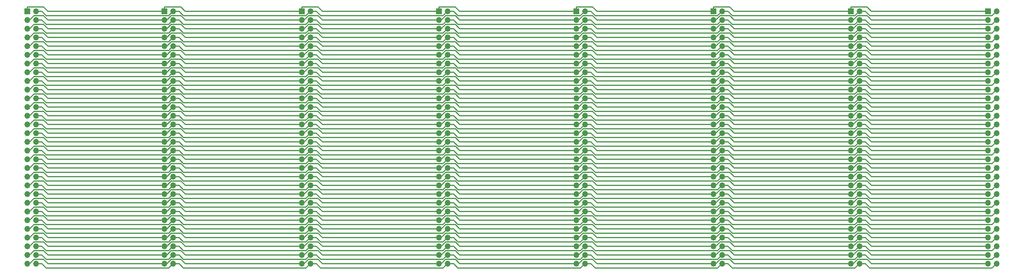
<source format=gbr>
G04 #@! TF.GenerationSoftware,KiCad,Pcbnew,5.1.5+dfsg1-2build2*
G04 #@! TF.CreationDate,2021-02-15T11:09:07+00:00*
G04 #@! TF.ProjectId,backplane,6261636b-706c-4616-9e65-2e6b69636164,rev?*
G04 #@! TF.SameCoordinates,Original*
G04 #@! TF.FileFunction,Copper,L2,Bot*
G04 #@! TF.FilePolarity,Positive*
%FSLAX46Y46*%
G04 Gerber Fmt 4.6, Leading zero omitted, Abs format (unit mm)*
G04 Created by KiCad (PCBNEW 5.1.5+dfsg1-2build2) date 2021-02-15 11:09:07*
%MOMM*%
%LPD*%
G04 APERTURE LIST*
%ADD10O,1.700000X1.700000*%
%ADD11R,1.700000X1.700000*%
%ADD12C,0.300000*%
G04 APERTURE END LIST*
D10*
X353540000Y-157660000D03*
X351000000Y-157660000D03*
X353540000Y-155120000D03*
X351000000Y-155120000D03*
X353540000Y-152580000D03*
X351000000Y-152580000D03*
X353540000Y-150040000D03*
X351000000Y-150040000D03*
X353540000Y-147500000D03*
X351000000Y-147500000D03*
X353540000Y-144960000D03*
X351000000Y-144960000D03*
X353540000Y-142420000D03*
X351000000Y-142420000D03*
X353540000Y-139880000D03*
X351000000Y-139880000D03*
X353540000Y-137340000D03*
X351000000Y-137340000D03*
X353540000Y-134800000D03*
X351000000Y-134800000D03*
X353540000Y-132260000D03*
X351000000Y-132260000D03*
X353540000Y-129720000D03*
X351000000Y-129720000D03*
X353540000Y-127180000D03*
X351000000Y-127180000D03*
X353540000Y-124640000D03*
X351000000Y-124640000D03*
X353540000Y-122100000D03*
X351000000Y-122100000D03*
X353540000Y-119560000D03*
X351000000Y-119560000D03*
X353540000Y-117020000D03*
X351000000Y-117020000D03*
X353540000Y-114480000D03*
X351000000Y-114480000D03*
X353540000Y-111940000D03*
X351000000Y-111940000D03*
X353540000Y-109400000D03*
X351000000Y-109400000D03*
X353540000Y-106860000D03*
X351000000Y-106860000D03*
X353540000Y-104320000D03*
X351000000Y-104320000D03*
X353540000Y-101780000D03*
X351000000Y-101780000D03*
X353540000Y-99240000D03*
X351000000Y-99240000D03*
X353540000Y-96700000D03*
X351000000Y-96700000D03*
X353540000Y-94160000D03*
X351000000Y-94160000D03*
X353540000Y-91620000D03*
X351000000Y-91620000D03*
X353540000Y-89080000D03*
X351000000Y-89080000D03*
X353540000Y-86540000D03*
X351000000Y-86540000D03*
X353540000Y-84000000D03*
D11*
X351000000Y-84000000D03*
D10*
X313540000Y-157660000D03*
X311000000Y-157660000D03*
X313540000Y-155120000D03*
X311000000Y-155120000D03*
X313540000Y-152580000D03*
X311000000Y-152580000D03*
X313540000Y-150040000D03*
X311000000Y-150040000D03*
X313540000Y-147500000D03*
X311000000Y-147500000D03*
X313540000Y-144960000D03*
X311000000Y-144960000D03*
X313540000Y-142420000D03*
X311000000Y-142420000D03*
X313540000Y-139880000D03*
X311000000Y-139880000D03*
X313540000Y-137340000D03*
X311000000Y-137340000D03*
X313540000Y-134800000D03*
X311000000Y-134800000D03*
X313540000Y-132260000D03*
X311000000Y-132260000D03*
X313540000Y-129720000D03*
X311000000Y-129720000D03*
X313540000Y-127180000D03*
X311000000Y-127180000D03*
X313540000Y-124640000D03*
X311000000Y-124640000D03*
X313540000Y-122100000D03*
X311000000Y-122100000D03*
X313540000Y-119560000D03*
X311000000Y-119560000D03*
X313540000Y-117020000D03*
X311000000Y-117020000D03*
X313540000Y-114480000D03*
X311000000Y-114480000D03*
X313540000Y-111940000D03*
X311000000Y-111940000D03*
X313540000Y-109400000D03*
X311000000Y-109400000D03*
X313540000Y-106860000D03*
X311000000Y-106860000D03*
X313540000Y-104320000D03*
X311000000Y-104320000D03*
X313540000Y-101780000D03*
X311000000Y-101780000D03*
X313540000Y-99240000D03*
X311000000Y-99240000D03*
X313540000Y-96700000D03*
X311000000Y-96700000D03*
X313540000Y-94160000D03*
X311000000Y-94160000D03*
X313540000Y-91620000D03*
X311000000Y-91620000D03*
X313540000Y-89080000D03*
X311000000Y-89080000D03*
X313540000Y-86540000D03*
X311000000Y-86540000D03*
X313540000Y-84000000D03*
D11*
X311000000Y-84000000D03*
D10*
X273540000Y-157660000D03*
X271000000Y-157660000D03*
X273540000Y-155120000D03*
X271000000Y-155120000D03*
X273540000Y-152580000D03*
X271000000Y-152580000D03*
X273540000Y-150040000D03*
X271000000Y-150040000D03*
X273540000Y-147500000D03*
X271000000Y-147500000D03*
X273540000Y-144960000D03*
X271000000Y-144960000D03*
X273540000Y-142420000D03*
X271000000Y-142420000D03*
X273540000Y-139880000D03*
X271000000Y-139880000D03*
X273540000Y-137340000D03*
X271000000Y-137340000D03*
X273540000Y-134800000D03*
X271000000Y-134800000D03*
X273540000Y-132260000D03*
X271000000Y-132260000D03*
X273540000Y-129720000D03*
X271000000Y-129720000D03*
X273540000Y-127180000D03*
X271000000Y-127180000D03*
X273540000Y-124640000D03*
X271000000Y-124640000D03*
X273540000Y-122100000D03*
X271000000Y-122100000D03*
X273540000Y-119560000D03*
X271000000Y-119560000D03*
X273540000Y-117020000D03*
X271000000Y-117020000D03*
X273540000Y-114480000D03*
X271000000Y-114480000D03*
X273540000Y-111940000D03*
X271000000Y-111940000D03*
X273540000Y-109400000D03*
X271000000Y-109400000D03*
X273540000Y-106860000D03*
X271000000Y-106860000D03*
X273540000Y-104320000D03*
X271000000Y-104320000D03*
X273540000Y-101780000D03*
X271000000Y-101780000D03*
X273540000Y-99240000D03*
X271000000Y-99240000D03*
X273540000Y-96700000D03*
X271000000Y-96700000D03*
X273540000Y-94160000D03*
X271000000Y-94160000D03*
X273540000Y-91620000D03*
X271000000Y-91620000D03*
X273540000Y-89080000D03*
X271000000Y-89080000D03*
X273540000Y-86540000D03*
X271000000Y-86540000D03*
X273540000Y-84000000D03*
D11*
X271000000Y-84000000D03*
D10*
X233540000Y-157660000D03*
X231000000Y-157660000D03*
X233540000Y-155120000D03*
X231000000Y-155120000D03*
X233540000Y-152580000D03*
X231000000Y-152580000D03*
X233540000Y-150040000D03*
X231000000Y-150040000D03*
X233540000Y-147500000D03*
X231000000Y-147500000D03*
X233540000Y-144960000D03*
X231000000Y-144960000D03*
X233540000Y-142420000D03*
X231000000Y-142420000D03*
X233540000Y-139880000D03*
X231000000Y-139880000D03*
X233540000Y-137340000D03*
X231000000Y-137340000D03*
X233540000Y-134800000D03*
X231000000Y-134800000D03*
X233540000Y-132260000D03*
X231000000Y-132260000D03*
X233540000Y-129720000D03*
X231000000Y-129720000D03*
X233540000Y-127180000D03*
X231000000Y-127180000D03*
X233540000Y-124640000D03*
X231000000Y-124640000D03*
X233540000Y-122100000D03*
X231000000Y-122100000D03*
X233540000Y-119560000D03*
X231000000Y-119560000D03*
X233540000Y-117020000D03*
X231000000Y-117020000D03*
X233540000Y-114480000D03*
X231000000Y-114480000D03*
X233540000Y-111940000D03*
X231000000Y-111940000D03*
X233540000Y-109400000D03*
X231000000Y-109400000D03*
X233540000Y-106860000D03*
X231000000Y-106860000D03*
X233540000Y-104320000D03*
X231000000Y-104320000D03*
X233540000Y-101780000D03*
X231000000Y-101780000D03*
X233540000Y-99240000D03*
X231000000Y-99240000D03*
X233540000Y-96700000D03*
X231000000Y-96700000D03*
X233540000Y-94160000D03*
X231000000Y-94160000D03*
X233540000Y-91620000D03*
X231000000Y-91620000D03*
X233540000Y-89080000D03*
X231000000Y-89080000D03*
X233540000Y-86540000D03*
X231000000Y-86540000D03*
X233540000Y-84000000D03*
D11*
X231000000Y-84000000D03*
D10*
X193540000Y-157660000D03*
X191000000Y-157660000D03*
X193540000Y-155120000D03*
X191000000Y-155120000D03*
X193540000Y-152580000D03*
X191000000Y-152580000D03*
X193540000Y-150040000D03*
X191000000Y-150040000D03*
X193540000Y-147500000D03*
X191000000Y-147500000D03*
X193540000Y-144960000D03*
X191000000Y-144960000D03*
X193540000Y-142420000D03*
X191000000Y-142420000D03*
X193540000Y-139880000D03*
X191000000Y-139880000D03*
X193540000Y-137340000D03*
X191000000Y-137340000D03*
X193540000Y-134800000D03*
X191000000Y-134800000D03*
X193540000Y-132260000D03*
X191000000Y-132260000D03*
X193540000Y-129720000D03*
X191000000Y-129720000D03*
X193540000Y-127180000D03*
X191000000Y-127180000D03*
X193540000Y-124640000D03*
X191000000Y-124640000D03*
X193540000Y-122100000D03*
X191000000Y-122100000D03*
X193540000Y-119560000D03*
X191000000Y-119560000D03*
X193540000Y-117020000D03*
X191000000Y-117020000D03*
X193540000Y-114480000D03*
X191000000Y-114480000D03*
X193540000Y-111940000D03*
X191000000Y-111940000D03*
X193540000Y-109400000D03*
X191000000Y-109400000D03*
X193540000Y-106860000D03*
X191000000Y-106860000D03*
X193540000Y-104320000D03*
X191000000Y-104320000D03*
X193540000Y-101780000D03*
X191000000Y-101780000D03*
X193540000Y-99240000D03*
X191000000Y-99240000D03*
X193540000Y-96700000D03*
X191000000Y-96700000D03*
X193540000Y-94160000D03*
X191000000Y-94160000D03*
X193540000Y-91620000D03*
X191000000Y-91620000D03*
X193540000Y-89080000D03*
X191000000Y-89080000D03*
X193540000Y-86540000D03*
X191000000Y-86540000D03*
X193540000Y-84000000D03*
D11*
X191000000Y-84000000D03*
D10*
X153540000Y-157660000D03*
X151000000Y-157660000D03*
X153540000Y-155120000D03*
X151000000Y-155120000D03*
X153540000Y-152580000D03*
X151000000Y-152580000D03*
X153540000Y-150040000D03*
X151000000Y-150040000D03*
X153540000Y-147500000D03*
X151000000Y-147500000D03*
X153540000Y-144960000D03*
X151000000Y-144960000D03*
X153540000Y-142420000D03*
X151000000Y-142420000D03*
X153540000Y-139880000D03*
X151000000Y-139880000D03*
X153540000Y-137340000D03*
X151000000Y-137340000D03*
X153540000Y-134800000D03*
X151000000Y-134800000D03*
X153540000Y-132260000D03*
X151000000Y-132260000D03*
X153540000Y-129720000D03*
X151000000Y-129720000D03*
X153540000Y-127180000D03*
X151000000Y-127180000D03*
X153540000Y-124640000D03*
X151000000Y-124640000D03*
X153540000Y-122100000D03*
X151000000Y-122100000D03*
X153540000Y-119560000D03*
X151000000Y-119560000D03*
X153540000Y-117020000D03*
X151000000Y-117020000D03*
X153540000Y-114480000D03*
X151000000Y-114480000D03*
X153540000Y-111940000D03*
X151000000Y-111940000D03*
X153540000Y-109400000D03*
X151000000Y-109400000D03*
X153540000Y-106860000D03*
X151000000Y-106860000D03*
X153540000Y-104320000D03*
X151000000Y-104320000D03*
X153540000Y-101780000D03*
X151000000Y-101780000D03*
X153540000Y-99240000D03*
X151000000Y-99240000D03*
X153540000Y-96700000D03*
X151000000Y-96700000D03*
X153540000Y-94160000D03*
X151000000Y-94160000D03*
X153540000Y-91620000D03*
X151000000Y-91620000D03*
X153540000Y-89080000D03*
X151000000Y-89080000D03*
X153540000Y-86540000D03*
X151000000Y-86540000D03*
X153540000Y-84000000D03*
D11*
X151000000Y-84000000D03*
D10*
X113540000Y-157660000D03*
X111000000Y-157660000D03*
X113540000Y-155120000D03*
X111000000Y-155120000D03*
X113540000Y-152580000D03*
X111000000Y-152580000D03*
X113540000Y-150040000D03*
X111000000Y-150040000D03*
X113540000Y-147500000D03*
X111000000Y-147500000D03*
X113540000Y-144960000D03*
X111000000Y-144960000D03*
X113540000Y-142420000D03*
X111000000Y-142420000D03*
X113540000Y-139880000D03*
X111000000Y-139880000D03*
X113540000Y-137340000D03*
X111000000Y-137340000D03*
X113540000Y-134800000D03*
X111000000Y-134800000D03*
X113540000Y-132260000D03*
X111000000Y-132260000D03*
X113540000Y-129720000D03*
X111000000Y-129720000D03*
X113540000Y-127180000D03*
X111000000Y-127180000D03*
X113540000Y-124640000D03*
X111000000Y-124640000D03*
X113540000Y-122100000D03*
X111000000Y-122100000D03*
X113540000Y-119560000D03*
X111000000Y-119560000D03*
X113540000Y-117020000D03*
X111000000Y-117020000D03*
X113540000Y-114480000D03*
X111000000Y-114480000D03*
X113540000Y-111940000D03*
X111000000Y-111940000D03*
X113540000Y-109400000D03*
X111000000Y-109400000D03*
X113540000Y-106860000D03*
X111000000Y-106860000D03*
X113540000Y-104320000D03*
X111000000Y-104320000D03*
X113540000Y-101780000D03*
X111000000Y-101780000D03*
X113540000Y-99240000D03*
X111000000Y-99240000D03*
X113540000Y-96700000D03*
X111000000Y-96700000D03*
X113540000Y-94160000D03*
X111000000Y-94160000D03*
X113540000Y-91620000D03*
X111000000Y-91620000D03*
X113540000Y-89080000D03*
X111000000Y-89080000D03*
X113540000Y-86540000D03*
X111000000Y-86540000D03*
X113540000Y-84000000D03*
D11*
X111000000Y-84000000D03*
D10*
X73540000Y-157660000D03*
X71000000Y-157660000D03*
X73540000Y-155120000D03*
X71000000Y-155120000D03*
X73540000Y-152580000D03*
X71000000Y-152580000D03*
X73540000Y-150040000D03*
X71000000Y-150040000D03*
X73540000Y-147500000D03*
X71000000Y-147500000D03*
X73540000Y-144960000D03*
X71000000Y-144960000D03*
X73540000Y-142420000D03*
X71000000Y-142420000D03*
X73540000Y-139880000D03*
X71000000Y-139880000D03*
X73540000Y-137340000D03*
X71000000Y-137340000D03*
X73540000Y-134800000D03*
X71000000Y-134800000D03*
X73540000Y-132260000D03*
X71000000Y-132260000D03*
X73540000Y-129720000D03*
X71000000Y-129720000D03*
X73540000Y-127180000D03*
X71000000Y-127180000D03*
X73540000Y-124640000D03*
X71000000Y-124640000D03*
X73540000Y-122100000D03*
X71000000Y-122100000D03*
X73540000Y-119560000D03*
X71000000Y-119560000D03*
X73540000Y-117020000D03*
X71000000Y-117020000D03*
X73540000Y-114480000D03*
X71000000Y-114480000D03*
X73540000Y-111940000D03*
X71000000Y-111940000D03*
X73540000Y-109400000D03*
X71000000Y-109400000D03*
X73540000Y-106860000D03*
X71000000Y-106860000D03*
X73540000Y-104320000D03*
X71000000Y-104320000D03*
X73540000Y-101780000D03*
X71000000Y-101780000D03*
X73540000Y-99240000D03*
X71000000Y-99240000D03*
X73540000Y-96700000D03*
X71000000Y-96700000D03*
X73540000Y-94160000D03*
X71000000Y-94160000D03*
X73540000Y-91620000D03*
X71000000Y-91620000D03*
X73540000Y-89080000D03*
X71000000Y-89080000D03*
X73540000Y-86540000D03*
X71000000Y-86540000D03*
X73540000Y-84000000D03*
D11*
X71000000Y-84000000D03*
D12*
X313540000Y-157660000D02*
X315257832Y-157660000D01*
X316507833Y-158910001D02*
X352202165Y-158910001D01*
X353452166Y-157660000D02*
X353540000Y-157660000D01*
X315257832Y-157660000D02*
X316507833Y-158910001D01*
X352202165Y-158910001D02*
X353452166Y-157660000D01*
X273540000Y-157660000D02*
X275257832Y-157660000D01*
X276507833Y-158910001D02*
X312202165Y-158910001D01*
X313452166Y-157660000D02*
X313540000Y-157660000D01*
X275257832Y-157660000D02*
X276507833Y-158910001D01*
X312202165Y-158910001D02*
X313452166Y-157660000D01*
X233540000Y-157660000D02*
X235257832Y-157660000D01*
X236507833Y-158910001D02*
X272202165Y-158910001D01*
X273452166Y-157660000D02*
X273540000Y-157660000D01*
X235257832Y-157660000D02*
X236507833Y-158910001D01*
X272202165Y-158910001D02*
X273452166Y-157660000D01*
X193540000Y-157660000D02*
X195257832Y-157660000D01*
X196507833Y-158910001D02*
X232202165Y-158910001D01*
X233452166Y-157660000D02*
X233540000Y-157660000D01*
X195257832Y-157660000D02*
X196507833Y-158910001D01*
X232202165Y-158910001D02*
X233452166Y-157660000D01*
X153540000Y-157660000D02*
X155257832Y-157660000D01*
X156507833Y-158910001D02*
X192202165Y-158910001D01*
X193452166Y-157660000D02*
X193540000Y-157660000D01*
X155257832Y-157660000D02*
X156507833Y-158910001D01*
X192202165Y-158910001D02*
X193452166Y-157660000D01*
X73540000Y-157660000D02*
X75257832Y-157660000D01*
X76507833Y-158910001D02*
X112202165Y-158910001D01*
X113452166Y-157660000D02*
X113540000Y-157660000D01*
X75257832Y-157660000D02*
X76507833Y-158910001D01*
X112202165Y-158910001D02*
X113452166Y-157660000D01*
X116507833Y-158910001D02*
X152202165Y-158910001D01*
X113540000Y-157660000D02*
X115257832Y-157660000D01*
X153452166Y-157660000D02*
X153540000Y-157660000D01*
X115257832Y-157660000D02*
X116507833Y-158910001D01*
X152202165Y-158910001D02*
X153452166Y-157660000D01*
X312939999Y-156409999D02*
X315769999Y-156409999D01*
X317020000Y-157660000D02*
X351000000Y-157660000D01*
X311689998Y-157660000D02*
X312939999Y-156409999D01*
X311000000Y-157660000D02*
X311689998Y-157660000D01*
X315769999Y-156409999D02*
X317020000Y-157660000D01*
X272939999Y-156409999D02*
X275769999Y-156409999D01*
X277020000Y-157660000D02*
X311000000Y-157660000D01*
X271689998Y-157660000D02*
X272939999Y-156409999D01*
X271000000Y-157660000D02*
X271689998Y-157660000D01*
X275769999Y-156409999D02*
X277020000Y-157660000D01*
X232939999Y-156409999D02*
X235769999Y-156409999D01*
X237020000Y-157660000D02*
X271000000Y-157660000D01*
X231689998Y-157660000D02*
X232939999Y-156409999D01*
X231000000Y-157660000D02*
X231689998Y-157660000D01*
X235769999Y-156409999D02*
X237020000Y-157660000D01*
X192939999Y-156409999D02*
X195769999Y-156409999D01*
X197020000Y-157660000D02*
X231000000Y-157660000D01*
X191689998Y-157660000D02*
X192939999Y-156409999D01*
X191000000Y-157660000D02*
X191689998Y-157660000D01*
X195769999Y-156409999D02*
X197020000Y-157660000D01*
X152939999Y-156409999D02*
X155769999Y-156409999D01*
X157020000Y-157660000D02*
X191000000Y-157660000D01*
X151689998Y-157660000D02*
X152939999Y-156409999D01*
X151000000Y-157660000D02*
X151689998Y-157660000D01*
X155769999Y-156409999D02*
X157020000Y-157660000D01*
X72939999Y-156409999D02*
X75769999Y-156409999D01*
X77020000Y-157660000D02*
X111000000Y-157660000D01*
X71689998Y-157660000D02*
X72939999Y-156409999D01*
X71000000Y-157660000D02*
X71689998Y-157660000D01*
X75769999Y-156409999D02*
X77020000Y-157660000D01*
X115769999Y-156409999D02*
X117020000Y-157660000D01*
X111689998Y-157660000D02*
X112939999Y-156409999D01*
X117020000Y-157660000D02*
X151000000Y-157660000D01*
X112939999Y-156409999D02*
X115769999Y-156409999D01*
X111000000Y-157660000D02*
X111689998Y-157660000D01*
X353452166Y-155120000D02*
X353540000Y-155120000D01*
X352202165Y-156370001D02*
X353452166Y-155120000D01*
X313540000Y-155120000D02*
X315257832Y-155120000D01*
X315257832Y-155120000D02*
X316507833Y-156370001D01*
X316507833Y-156370001D02*
X352202165Y-156370001D01*
X313452166Y-155120000D02*
X313540000Y-155120000D01*
X312202165Y-156370001D02*
X313452166Y-155120000D01*
X273540000Y-155120000D02*
X275257832Y-155120000D01*
X275257832Y-155120000D02*
X276507833Y-156370001D01*
X276507833Y-156370001D02*
X312202165Y-156370001D01*
X273452166Y-155120000D02*
X273540000Y-155120000D01*
X272202165Y-156370001D02*
X273452166Y-155120000D01*
X233540000Y-155120000D02*
X235257832Y-155120000D01*
X235257832Y-155120000D02*
X236507833Y-156370001D01*
X236507833Y-156370001D02*
X272202165Y-156370001D01*
X233452166Y-155120000D02*
X233540000Y-155120000D01*
X232202165Y-156370001D02*
X233452166Y-155120000D01*
X193540000Y-155120000D02*
X195257832Y-155120000D01*
X195257832Y-155120000D02*
X196507833Y-156370001D01*
X196507833Y-156370001D02*
X232202165Y-156370001D01*
X193452166Y-155120000D02*
X193540000Y-155120000D01*
X192202165Y-156370001D02*
X193452166Y-155120000D01*
X153540000Y-155120000D02*
X155257832Y-155120000D01*
X155257832Y-155120000D02*
X156507833Y-156370001D01*
X156507833Y-156370001D02*
X192202165Y-156370001D01*
X113452166Y-155120000D02*
X113540000Y-155120000D01*
X112202165Y-156370001D02*
X113452166Y-155120000D01*
X73540000Y-155120000D02*
X75257832Y-155120000D01*
X75257832Y-155120000D02*
X76507833Y-156370001D01*
X76507833Y-156370001D02*
X112202165Y-156370001D01*
X116507833Y-156370001D02*
X152202165Y-156370001D01*
X113540000Y-155120000D02*
X115257832Y-155120000D01*
X153452166Y-155120000D02*
X153540000Y-155120000D01*
X115257832Y-155120000D02*
X116507833Y-156370001D01*
X152202165Y-156370001D02*
X153452166Y-155120000D01*
X312939999Y-153869999D02*
X315769999Y-153869999D01*
X315769999Y-153869999D02*
X317020000Y-155120000D01*
X317020000Y-155120000D02*
X351000000Y-155120000D01*
X311000000Y-155120000D02*
X311689998Y-155120000D01*
X311689998Y-155120000D02*
X312939999Y-153869999D01*
X272939999Y-153869999D02*
X275769999Y-153869999D01*
X275769999Y-153869999D02*
X277020000Y-155120000D01*
X277020000Y-155120000D02*
X311000000Y-155120000D01*
X271000000Y-155120000D02*
X271689998Y-155120000D01*
X271689998Y-155120000D02*
X272939999Y-153869999D01*
X232939999Y-153869999D02*
X235769999Y-153869999D01*
X235769999Y-153869999D02*
X237020000Y-155120000D01*
X237020000Y-155120000D02*
X271000000Y-155120000D01*
X231000000Y-155120000D02*
X231689998Y-155120000D01*
X231689998Y-155120000D02*
X232939999Y-153869999D01*
X192939999Y-153869999D02*
X195769999Y-153869999D01*
X195769999Y-153869999D02*
X197020000Y-155120000D01*
X197020000Y-155120000D02*
X231000000Y-155120000D01*
X191000000Y-155120000D02*
X191689998Y-155120000D01*
X191689998Y-155120000D02*
X192939999Y-153869999D01*
X152939999Y-153869999D02*
X155769999Y-153869999D01*
X155769999Y-153869999D02*
X157020000Y-155120000D01*
X157020000Y-155120000D02*
X191000000Y-155120000D01*
X151000000Y-155120000D02*
X151689998Y-155120000D01*
X151689998Y-155120000D02*
X152939999Y-153869999D01*
X72939999Y-153869999D02*
X75769999Y-153869999D01*
X75769999Y-153869999D02*
X77020000Y-155120000D01*
X77020000Y-155120000D02*
X111000000Y-155120000D01*
X71000000Y-155120000D02*
X71689998Y-155120000D01*
X71689998Y-155120000D02*
X72939999Y-153869999D01*
X115769999Y-153869999D02*
X117020000Y-155120000D01*
X111689998Y-155120000D02*
X112939999Y-153869999D01*
X117020000Y-155120000D02*
X151000000Y-155120000D01*
X112939999Y-153869999D02*
X115769999Y-153869999D01*
X111000000Y-155120000D02*
X111689998Y-155120000D01*
X316507833Y-153830001D02*
X352202165Y-153830001D01*
X352202165Y-153830001D02*
X353452166Y-152580000D01*
X315257832Y-152580000D02*
X316507833Y-153830001D01*
X313540000Y-152580000D02*
X315257832Y-152580000D01*
X353452166Y-152580000D02*
X353540000Y-152580000D01*
X276507833Y-153830001D02*
X312202165Y-153830001D01*
X312202165Y-153830001D02*
X313452166Y-152580000D01*
X275257832Y-152580000D02*
X276507833Y-153830001D01*
X273540000Y-152580000D02*
X275257832Y-152580000D01*
X313452166Y-152580000D02*
X313540000Y-152580000D01*
X236507833Y-153830001D02*
X272202165Y-153830001D01*
X272202165Y-153830001D02*
X273452166Y-152580000D01*
X235257832Y-152580000D02*
X236507833Y-153830001D01*
X233540000Y-152580000D02*
X235257832Y-152580000D01*
X273452166Y-152580000D02*
X273540000Y-152580000D01*
X196507833Y-153830001D02*
X232202165Y-153830001D01*
X232202165Y-153830001D02*
X233452166Y-152580000D01*
X195257832Y-152580000D02*
X196507833Y-153830001D01*
X193540000Y-152580000D02*
X195257832Y-152580000D01*
X233452166Y-152580000D02*
X233540000Y-152580000D01*
X156507833Y-153830001D02*
X192202165Y-153830001D01*
X192202165Y-153830001D02*
X193452166Y-152580000D01*
X155257832Y-152580000D02*
X156507833Y-153830001D01*
X153540000Y-152580000D02*
X155257832Y-152580000D01*
X193452166Y-152580000D02*
X193540000Y-152580000D01*
X76507833Y-153830001D02*
X112202165Y-153830001D01*
X112202165Y-153830001D02*
X113452166Y-152580000D01*
X75257832Y-152580000D02*
X76507833Y-153830001D01*
X73540000Y-152580000D02*
X75257832Y-152580000D01*
X113452166Y-152580000D02*
X113540000Y-152580000D01*
X116507833Y-153830001D02*
X152202165Y-153830001D01*
X113540000Y-152580000D02*
X115257832Y-152580000D01*
X153452166Y-152580000D02*
X153540000Y-152580000D01*
X115257832Y-152580000D02*
X116507833Y-153830001D01*
X152202165Y-153830001D02*
X153452166Y-152580000D01*
X311000000Y-152580000D02*
X311689998Y-152580000D01*
X312939999Y-151329999D02*
X315769999Y-151329999D01*
X317020000Y-152580000D02*
X351000000Y-152580000D01*
X315769999Y-151329999D02*
X317020000Y-152580000D01*
X311689998Y-152580000D02*
X312939999Y-151329999D01*
X271000000Y-152580000D02*
X271689998Y-152580000D01*
X272939999Y-151329999D02*
X275769999Y-151329999D01*
X277020000Y-152580000D02*
X311000000Y-152580000D01*
X275769999Y-151329999D02*
X277020000Y-152580000D01*
X271689998Y-152580000D02*
X272939999Y-151329999D01*
X231000000Y-152580000D02*
X231689998Y-152580000D01*
X232939999Y-151329999D02*
X235769999Y-151329999D01*
X237020000Y-152580000D02*
X271000000Y-152580000D01*
X235769999Y-151329999D02*
X237020000Y-152580000D01*
X231689998Y-152580000D02*
X232939999Y-151329999D01*
X191000000Y-152580000D02*
X191689998Y-152580000D01*
X192939999Y-151329999D02*
X195769999Y-151329999D01*
X197020000Y-152580000D02*
X231000000Y-152580000D01*
X195769999Y-151329999D02*
X197020000Y-152580000D01*
X191689998Y-152580000D02*
X192939999Y-151329999D01*
X151000000Y-152580000D02*
X151689998Y-152580000D01*
X152939999Y-151329999D02*
X155769999Y-151329999D01*
X157020000Y-152580000D02*
X191000000Y-152580000D01*
X155769999Y-151329999D02*
X157020000Y-152580000D01*
X151689998Y-152580000D02*
X152939999Y-151329999D01*
X71000000Y-152580000D02*
X71689998Y-152580000D01*
X72939999Y-151329999D02*
X75769999Y-151329999D01*
X77020000Y-152580000D02*
X111000000Y-152580000D01*
X75769999Y-151329999D02*
X77020000Y-152580000D01*
X71689998Y-152580000D02*
X72939999Y-151329999D01*
X115769999Y-151329999D02*
X117020000Y-152580000D01*
X111689998Y-152580000D02*
X112939999Y-151329999D01*
X117020000Y-152580000D02*
X151000000Y-152580000D01*
X112939999Y-151329999D02*
X115769999Y-151329999D01*
X111000000Y-152580000D02*
X111689998Y-152580000D01*
X313540000Y-150040000D02*
X315257832Y-150040000D01*
X315257832Y-150040000D02*
X316507833Y-151290001D01*
X353452166Y-150040000D02*
X353540000Y-150040000D01*
X352202165Y-151290001D02*
X353452166Y-150040000D01*
X316507833Y-151290001D02*
X352202165Y-151290001D01*
X273540000Y-150040000D02*
X275257832Y-150040000D01*
X275257832Y-150040000D02*
X276507833Y-151290001D01*
X313452166Y-150040000D02*
X313540000Y-150040000D01*
X312202165Y-151290001D02*
X313452166Y-150040000D01*
X276507833Y-151290001D02*
X312202165Y-151290001D01*
X233540000Y-150040000D02*
X235257832Y-150040000D01*
X235257832Y-150040000D02*
X236507833Y-151290001D01*
X273452166Y-150040000D02*
X273540000Y-150040000D01*
X272202165Y-151290001D02*
X273452166Y-150040000D01*
X236507833Y-151290001D02*
X272202165Y-151290001D01*
X193540000Y-150040000D02*
X195257832Y-150040000D01*
X195257832Y-150040000D02*
X196507833Y-151290001D01*
X233452166Y-150040000D02*
X233540000Y-150040000D01*
X232202165Y-151290001D02*
X233452166Y-150040000D01*
X196507833Y-151290001D02*
X232202165Y-151290001D01*
X153540000Y-150040000D02*
X155257832Y-150040000D01*
X155257832Y-150040000D02*
X156507833Y-151290001D01*
X193452166Y-150040000D02*
X193540000Y-150040000D01*
X192202165Y-151290001D02*
X193452166Y-150040000D01*
X156507833Y-151290001D02*
X192202165Y-151290001D01*
X73540000Y-150040000D02*
X75257832Y-150040000D01*
X75257832Y-150040000D02*
X76507833Y-151290001D01*
X113452166Y-150040000D02*
X113540000Y-150040000D01*
X112202165Y-151290001D02*
X113452166Y-150040000D01*
X76507833Y-151290001D02*
X112202165Y-151290001D01*
X116507833Y-151290001D02*
X152202165Y-151290001D01*
X113540000Y-150040000D02*
X115257832Y-150040000D01*
X153452166Y-150040000D02*
X153540000Y-150040000D01*
X115257832Y-150040000D02*
X116507833Y-151290001D01*
X152202165Y-151290001D02*
X153452166Y-150040000D01*
X315769999Y-148789999D02*
X317020000Y-150040000D01*
X311689998Y-150040000D02*
X312939999Y-148789999D01*
X312939999Y-148789999D02*
X315769999Y-148789999D01*
X311000000Y-150040000D02*
X311689998Y-150040000D01*
X317020000Y-150040000D02*
X351000000Y-150040000D01*
X275769999Y-148789999D02*
X277020000Y-150040000D01*
X271689998Y-150040000D02*
X272939999Y-148789999D01*
X272939999Y-148789999D02*
X275769999Y-148789999D01*
X271000000Y-150040000D02*
X271689998Y-150040000D01*
X277020000Y-150040000D02*
X311000000Y-150040000D01*
X235769999Y-148789999D02*
X237020000Y-150040000D01*
X231689998Y-150040000D02*
X232939999Y-148789999D01*
X232939999Y-148789999D02*
X235769999Y-148789999D01*
X231000000Y-150040000D02*
X231689998Y-150040000D01*
X237020000Y-150040000D02*
X271000000Y-150040000D01*
X195769999Y-148789999D02*
X197020000Y-150040000D01*
X191689998Y-150040000D02*
X192939999Y-148789999D01*
X192939999Y-148789999D02*
X195769999Y-148789999D01*
X191000000Y-150040000D02*
X191689998Y-150040000D01*
X197020000Y-150040000D02*
X231000000Y-150040000D01*
X155769999Y-148789999D02*
X157020000Y-150040000D01*
X151689998Y-150040000D02*
X152939999Y-148789999D01*
X152939999Y-148789999D02*
X155769999Y-148789999D01*
X151000000Y-150040000D02*
X151689998Y-150040000D01*
X157020000Y-150040000D02*
X191000000Y-150040000D01*
X75769999Y-148789999D02*
X77020000Y-150040000D01*
X71689998Y-150040000D02*
X72939999Y-148789999D01*
X72939999Y-148789999D02*
X75769999Y-148789999D01*
X71000000Y-150040000D02*
X71689998Y-150040000D01*
X77020000Y-150040000D02*
X111000000Y-150040000D01*
X115769999Y-148789999D02*
X117020000Y-150040000D01*
X111689998Y-150040000D02*
X112939999Y-148789999D01*
X117020000Y-150040000D02*
X151000000Y-150040000D01*
X112939999Y-148789999D02*
X115769999Y-148789999D01*
X111000000Y-150040000D02*
X111689998Y-150040000D01*
X315257832Y-147500000D02*
X316507833Y-148750001D01*
X353452166Y-147500000D02*
X353540000Y-147500000D01*
X316507833Y-148750001D02*
X352202165Y-148750001D01*
X352202165Y-148750001D02*
X353452166Y-147500000D01*
X313540000Y-147500000D02*
X315257832Y-147500000D01*
X275257832Y-147500000D02*
X276507833Y-148750001D01*
X313452166Y-147500000D02*
X313540000Y-147500000D01*
X276507833Y-148750001D02*
X312202165Y-148750001D01*
X312202165Y-148750001D02*
X313452166Y-147500000D01*
X273540000Y-147500000D02*
X275257832Y-147500000D01*
X235257832Y-147500000D02*
X236507833Y-148750001D01*
X273452166Y-147500000D02*
X273540000Y-147500000D01*
X236507833Y-148750001D02*
X272202165Y-148750001D01*
X272202165Y-148750001D02*
X273452166Y-147500000D01*
X233540000Y-147500000D02*
X235257832Y-147500000D01*
X195257832Y-147500000D02*
X196507833Y-148750001D01*
X233452166Y-147500000D02*
X233540000Y-147500000D01*
X196507833Y-148750001D02*
X232202165Y-148750001D01*
X232202165Y-148750001D02*
X233452166Y-147500000D01*
X193540000Y-147500000D02*
X195257832Y-147500000D01*
X155257832Y-147500000D02*
X156507833Y-148750001D01*
X193452166Y-147500000D02*
X193540000Y-147500000D01*
X156507833Y-148750001D02*
X192202165Y-148750001D01*
X192202165Y-148750001D02*
X193452166Y-147500000D01*
X153540000Y-147500000D02*
X155257832Y-147500000D01*
X75257832Y-147500000D02*
X76507833Y-148750001D01*
X113452166Y-147500000D02*
X113540000Y-147500000D01*
X76507833Y-148750001D02*
X112202165Y-148750001D01*
X112202165Y-148750001D02*
X113452166Y-147500000D01*
X73540000Y-147500000D02*
X75257832Y-147500000D01*
X116507833Y-148750001D02*
X152202165Y-148750001D01*
X113540000Y-147500000D02*
X115257832Y-147500000D01*
X153452166Y-147500000D02*
X153540000Y-147500000D01*
X115257832Y-147500000D02*
X116507833Y-148750001D01*
X152202165Y-148750001D02*
X153452166Y-147500000D01*
X311689998Y-147500000D02*
X312939999Y-146249999D01*
X312939999Y-146249999D02*
X315769999Y-146249999D01*
X311000000Y-147500000D02*
X311689998Y-147500000D01*
X315769999Y-146249999D02*
X317020000Y-147500000D01*
X317020000Y-147500000D02*
X351000000Y-147500000D01*
X271689998Y-147500000D02*
X272939999Y-146249999D01*
X272939999Y-146249999D02*
X275769999Y-146249999D01*
X271000000Y-147500000D02*
X271689998Y-147500000D01*
X275769999Y-146249999D02*
X277020000Y-147500000D01*
X277020000Y-147500000D02*
X311000000Y-147500000D01*
X231689998Y-147500000D02*
X232939999Y-146249999D01*
X232939999Y-146249999D02*
X235769999Y-146249999D01*
X231000000Y-147500000D02*
X231689998Y-147500000D01*
X235769999Y-146249999D02*
X237020000Y-147500000D01*
X237020000Y-147500000D02*
X271000000Y-147500000D01*
X191689998Y-147500000D02*
X192939999Y-146249999D01*
X192939999Y-146249999D02*
X195769999Y-146249999D01*
X191000000Y-147500000D02*
X191689998Y-147500000D01*
X195769999Y-146249999D02*
X197020000Y-147500000D01*
X197020000Y-147500000D02*
X231000000Y-147500000D01*
X151689998Y-147500000D02*
X152939999Y-146249999D01*
X152939999Y-146249999D02*
X155769999Y-146249999D01*
X151000000Y-147500000D02*
X151689998Y-147500000D01*
X155769999Y-146249999D02*
X157020000Y-147500000D01*
X157020000Y-147500000D02*
X191000000Y-147500000D01*
X71689998Y-147500000D02*
X72939999Y-146249999D01*
X72939999Y-146249999D02*
X75769999Y-146249999D01*
X71000000Y-147500000D02*
X71689998Y-147500000D01*
X75769999Y-146249999D02*
X77020000Y-147500000D01*
X77020000Y-147500000D02*
X111000000Y-147500000D01*
X115769999Y-146249999D02*
X117020000Y-147500000D01*
X111689998Y-147500000D02*
X112939999Y-146249999D01*
X117020000Y-147500000D02*
X151000000Y-147500000D01*
X112939999Y-146249999D02*
X115769999Y-146249999D01*
X111000000Y-147500000D02*
X111689998Y-147500000D01*
X352202165Y-146210001D02*
X353452166Y-144960000D01*
X353452166Y-144960000D02*
X353540000Y-144960000D01*
X315257832Y-144960000D02*
X316507833Y-146210001D01*
X316507833Y-146210001D02*
X352202165Y-146210001D01*
X313540000Y-144960000D02*
X315257832Y-144960000D01*
X312202165Y-146210001D02*
X313452166Y-144960000D01*
X313452166Y-144960000D02*
X313540000Y-144960000D01*
X275257832Y-144960000D02*
X276507833Y-146210001D01*
X276507833Y-146210001D02*
X312202165Y-146210001D01*
X273540000Y-144960000D02*
X275257832Y-144960000D01*
X272202165Y-146210001D02*
X273452166Y-144960000D01*
X273452166Y-144960000D02*
X273540000Y-144960000D01*
X235257832Y-144960000D02*
X236507833Y-146210001D01*
X236507833Y-146210001D02*
X272202165Y-146210001D01*
X233540000Y-144960000D02*
X235257832Y-144960000D01*
X232202165Y-146210001D02*
X233452166Y-144960000D01*
X233452166Y-144960000D02*
X233540000Y-144960000D01*
X195257832Y-144960000D02*
X196507833Y-146210001D01*
X196507833Y-146210001D02*
X232202165Y-146210001D01*
X193540000Y-144960000D02*
X195257832Y-144960000D01*
X192202165Y-146210001D02*
X193452166Y-144960000D01*
X193452166Y-144960000D02*
X193540000Y-144960000D01*
X155257832Y-144960000D02*
X156507833Y-146210001D01*
X156507833Y-146210001D02*
X192202165Y-146210001D01*
X153540000Y-144960000D02*
X155257832Y-144960000D01*
X112202165Y-146210001D02*
X113452166Y-144960000D01*
X113452166Y-144960000D02*
X113540000Y-144960000D01*
X75257832Y-144960000D02*
X76507833Y-146210001D01*
X76507833Y-146210001D02*
X112202165Y-146210001D01*
X73540000Y-144960000D02*
X75257832Y-144960000D01*
X116507833Y-146210001D02*
X152202165Y-146210001D01*
X113540000Y-144960000D02*
X115257832Y-144960000D01*
X153452166Y-144960000D02*
X153540000Y-144960000D01*
X115257832Y-144960000D02*
X116507833Y-146210001D01*
X152202165Y-146210001D02*
X153452166Y-144960000D01*
X312939999Y-143709999D02*
X315769999Y-143709999D01*
X317020000Y-144960000D02*
X351000000Y-144960000D01*
X311000000Y-144960000D02*
X311689998Y-144960000D01*
X315769999Y-143709999D02*
X317020000Y-144960000D01*
X311689998Y-144960000D02*
X312939999Y-143709999D01*
X272939999Y-143709999D02*
X275769999Y-143709999D01*
X277020000Y-144960000D02*
X311000000Y-144960000D01*
X271000000Y-144960000D02*
X271689998Y-144960000D01*
X275769999Y-143709999D02*
X277020000Y-144960000D01*
X271689998Y-144960000D02*
X272939999Y-143709999D01*
X232939999Y-143709999D02*
X235769999Y-143709999D01*
X237020000Y-144960000D02*
X271000000Y-144960000D01*
X231000000Y-144960000D02*
X231689998Y-144960000D01*
X235769999Y-143709999D02*
X237020000Y-144960000D01*
X231689998Y-144960000D02*
X232939999Y-143709999D01*
X192939999Y-143709999D02*
X195769999Y-143709999D01*
X197020000Y-144960000D02*
X231000000Y-144960000D01*
X191000000Y-144960000D02*
X191689998Y-144960000D01*
X195769999Y-143709999D02*
X197020000Y-144960000D01*
X191689998Y-144960000D02*
X192939999Y-143709999D01*
X152939999Y-143709999D02*
X155769999Y-143709999D01*
X157020000Y-144960000D02*
X191000000Y-144960000D01*
X151000000Y-144960000D02*
X151689998Y-144960000D01*
X155769999Y-143709999D02*
X157020000Y-144960000D01*
X151689998Y-144960000D02*
X152939999Y-143709999D01*
X72939999Y-143709999D02*
X75769999Y-143709999D01*
X77020000Y-144960000D02*
X111000000Y-144960000D01*
X71000000Y-144960000D02*
X71689998Y-144960000D01*
X75769999Y-143709999D02*
X77020000Y-144960000D01*
X71689998Y-144960000D02*
X72939999Y-143709999D01*
X115769999Y-143709999D02*
X117020000Y-144960000D01*
X111689998Y-144960000D02*
X112939999Y-143709999D01*
X117020000Y-144960000D02*
X151000000Y-144960000D01*
X112939999Y-143709999D02*
X115769999Y-143709999D01*
X111000000Y-144960000D02*
X111689998Y-144960000D01*
X313540000Y-142420000D02*
X315257832Y-142420000D01*
X316507833Y-143670001D02*
X352202165Y-143670001D01*
X352202165Y-143670001D02*
X353452166Y-142420000D01*
X353452166Y-142420000D02*
X353540000Y-142420000D01*
X315257832Y-142420000D02*
X316507833Y-143670001D01*
X273540000Y-142420000D02*
X275257832Y-142420000D01*
X276507833Y-143670001D02*
X312202165Y-143670001D01*
X312202165Y-143670001D02*
X313452166Y-142420000D01*
X313452166Y-142420000D02*
X313540000Y-142420000D01*
X275257832Y-142420000D02*
X276507833Y-143670001D01*
X233540000Y-142420000D02*
X235257832Y-142420000D01*
X236507833Y-143670001D02*
X272202165Y-143670001D01*
X272202165Y-143670001D02*
X273452166Y-142420000D01*
X273452166Y-142420000D02*
X273540000Y-142420000D01*
X235257832Y-142420000D02*
X236507833Y-143670001D01*
X193540000Y-142420000D02*
X195257832Y-142420000D01*
X196507833Y-143670001D02*
X232202165Y-143670001D01*
X232202165Y-143670001D02*
X233452166Y-142420000D01*
X233452166Y-142420000D02*
X233540000Y-142420000D01*
X195257832Y-142420000D02*
X196507833Y-143670001D01*
X153540000Y-142420000D02*
X155257832Y-142420000D01*
X156507833Y-143670001D02*
X192202165Y-143670001D01*
X192202165Y-143670001D02*
X193452166Y-142420000D01*
X193452166Y-142420000D02*
X193540000Y-142420000D01*
X155257832Y-142420000D02*
X156507833Y-143670001D01*
X73540000Y-142420000D02*
X75257832Y-142420000D01*
X76507833Y-143670001D02*
X112202165Y-143670001D01*
X112202165Y-143670001D02*
X113452166Y-142420000D01*
X113452166Y-142420000D02*
X113540000Y-142420000D01*
X75257832Y-142420000D02*
X76507833Y-143670001D01*
X116507833Y-143670001D02*
X152202165Y-143670001D01*
X113540000Y-142420000D02*
X115257832Y-142420000D01*
X153452166Y-142420000D02*
X153540000Y-142420000D01*
X115257832Y-142420000D02*
X116507833Y-143670001D01*
X152202165Y-143670001D02*
X153452166Y-142420000D01*
X311000000Y-142420000D02*
X311689998Y-142420000D01*
X317020000Y-142420000D02*
X351000000Y-142420000D01*
X315769999Y-141169999D02*
X317020000Y-142420000D01*
X311689998Y-142420000D02*
X312939999Y-141169999D01*
X312939999Y-141169999D02*
X315769999Y-141169999D01*
X271000000Y-142420000D02*
X271689998Y-142420000D01*
X277020000Y-142420000D02*
X311000000Y-142420000D01*
X275769999Y-141169999D02*
X277020000Y-142420000D01*
X271689998Y-142420000D02*
X272939999Y-141169999D01*
X272939999Y-141169999D02*
X275769999Y-141169999D01*
X231000000Y-142420000D02*
X231689998Y-142420000D01*
X237020000Y-142420000D02*
X271000000Y-142420000D01*
X235769999Y-141169999D02*
X237020000Y-142420000D01*
X231689998Y-142420000D02*
X232939999Y-141169999D01*
X232939999Y-141169999D02*
X235769999Y-141169999D01*
X191000000Y-142420000D02*
X191689998Y-142420000D01*
X197020000Y-142420000D02*
X231000000Y-142420000D01*
X195769999Y-141169999D02*
X197020000Y-142420000D01*
X191689998Y-142420000D02*
X192939999Y-141169999D01*
X192939999Y-141169999D02*
X195769999Y-141169999D01*
X151000000Y-142420000D02*
X151689998Y-142420000D01*
X157020000Y-142420000D02*
X191000000Y-142420000D01*
X155769999Y-141169999D02*
X157020000Y-142420000D01*
X151689998Y-142420000D02*
X152939999Y-141169999D01*
X152939999Y-141169999D02*
X155769999Y-141169999D01*
X71000000Y-142420000D02*
X71689998Y-142420000D01*
X77020000Y-142420000D02*
X111000000Y-142420000D01*
X75769999Y-141169999D02*
X77020000Y-142420000D01*
X71689998Y-142420000D02*
X72939999Y-141169999D01*
X72939999Y-141169999D02*
X75769999Y-141169999D01*
X115769999Y-141169999D02*
X117020000Y-142420000D01*
X111689998Y-142420000D02*
X112939999Y-141169999D01*
X117020000Y-142420000D02*
X151000000Y-142420000D01*
X112939999Y-141169999D02*
X115769999Y-141169999D01*
X111000000Y-142420000D02*
X111689998Y-142420000D01*
X316507833Y-141130001D02*
X352202165Y-141130001D01*
X313540000Y-139880000D02*
X315257832Y-139880000D01*
X315257832Y-139880000D02*
X316507833Y-141130001D01*
X353452166Y-139880000D02*
X353540000Y-139880000D01*
X352202165Y-141130001D02*
X353452166Y-139880000D01*
X276507833Y-141130001D02*
X312202165Y-141130001D01*
X273540000Y-139880000D02*
X275257832Y-139880000D01*
X275257832Y-139880000D02*
X276507833Y-141130001D01*
X313452166Y-139880000D02*
X313540000Y-139880000D01*
X312202165Y-141130001D02*
X313452166Y-139880000D01*
X236507833Y-141130001D02*
X272202165Y-141130001D01*
X233540000Y-139880000D02*
X235257832Y-139880000D01*
X235257832Y-139880000D02*
X236507833Y-141130001D01*
X273452166Y-139880000D02*
X273540000Y-139880000D01*
X272202165Y-141130001D02*
X273452166Y-139880000D01*
X196507833Y-141130001D02*
X232202165Y-141130001D01*
X193540000Y-139880000D02*
X195257832Y-139880000D01*
X195257832Y-139880000D02*
X196507833Y-141130001D01*
X233452166Y-139880000D02*
X233540000Y-139880000D01*
X232202165Y-141130001D02*
X233452166Y-139880000D01*
X156507833Y-141130001D02*
X192202165Y-141130001D01*
X153540000Y-139880000D02*
X155257832Y-139880000D01*
X155257832Y-139880000D02*
X156507833Y-141130001D01*
X193452166Y-139880000D02*
X193540000Y-139880000D01*
X192202165Y-141130001D02*
X193452166Y-139880000D01*
X76507833Y-141130001D02*
X112202165Y-141130001D01*
X73540000Y-139880000D02*
X75257832Y-139880000D01*
X75257832Y-139880000D02*
X76507833Y-141130001D01*
X113452166Y-139880000D02*
X113540000Y-139880000D01*
X112202165Y-141130001D02*
X113452166Y-139880000D01*
X116507833Y-141130001D02*
X152202165Y-141130001D01*
X113540000Y-139880000D02*
X115257832Y-139880000D01*
X153452166Y-139880000D02*
X153540000Y-139880000D01*
X115257832Y-139880000D02*
X116507833Y-141130001D01*
X152202165Y-141130001D02*
X153452166Y-139880000D01*
X311000000Y-139880000D02*
X311689998Y-139880000D01*
X315769999Y-138629999D02*
X317020000Y-139880000D01*
X317020000Y-139880000D02*
X351000000Y-139880000D01*
X312939999Y-138629999D02*
X315769999Y-138629999D01*
X311689998Y-139880000D02*
X312939999Y-138629999D01*
X271000000Y-139880000D02*
X271689998Y-139880000D01*
X275769999Y-138629999D02*
X277020000Y-139880000D01*
X277020000Y-139880000D02*
X311000000Y-139880000D01*
X272939999Y-138629999D02*
X275769999Y-138629999D01*
X271689998Y-139880000D02*
X272939999Y-138629999D01*
X231000000Y-139880000D02*
X231689998Y-139880000D01*
X235769999Y-138629999D02*
X237020000Y-139880000D01*
X237020000Y-139880000D02*
X271000000Y-139880000D01*
X232939999Y-138629999D02*
X235769999Y-138629999D01*
X231689998Y-139880000D02*
X232939999Y-138629999D01*
X191000000Y-139880000D02*
X191689998Y-139880000D01*
X195769999Y-138629999D02*
X197020000Y-139880000D01*
X197020000Y-139880000D02*
X231000000Y-139880000D01*
X192939999Y-138629999D02*
X195769999Y-138629999D01*
X191689998Y-139880000D02*
X192939999Y-138629999D01*
X151000000Y-139880000D02*
X151689998Y-139880000D01*
X155769999Y-138629999D02*
X157020000Y-139880000D01*
X157020000Y-139880000D02*
X191000000Y-139880000D01*
X152939999Y-138629999D02*
X155769999Y-138629999D01*
X151689998Y-139880000D02*
X152939999Y-138629999D01*
X71000000Y-139880000D02*
X71689998Y-139880000D01*
X75769999Y-138629999D02*
X77020000Y-139880000D01*
X77020000Y-139880000D02*
X111000000Y-139880000D01*
X72939999Y-138629999D02*
X75769999Y-138629999D01*
X71689998Y-139880000D02*
X72939999Y-138629999D01*
X115769999Y-138629999D02*
X117020000Y-139880000D01*
X111689998Y-139880000D02*
X112939999Y-138629999D01*
X117020000Y-139880000D02*
X151000000Y-139880000D01*
X112939999Y-138629999D02*
X115769999Y-138629999D01*
X111000000Y-139880000D02*
X111689998Y-139880000D01*
X352202165Y-138590001D02*
X353452166Y-137340000D01*
X353452166Y-137340000D02*
X353540000Y-137340000D01*
X316507833Y-138590001D02*
X352202165Y-138590001D01*
X315257832Y-137340000D02*
X316507833Y-138590001D01*
X313540000Y-137340000D02*
X315257832Y-137340000D01*
X312202165Y-138590001D02*
X313452166Y-137340000D01*
X313452166Y-137340000D02*
X313540000Y-137340000D01*
X276507833Y-138590001D02*
X312202165Y-138590001D01*
X275257832Y-137340000D02*
X276507833Y-138590001D01*
X273540000Y-137340000D02*
X275257832Y-137340000D01*
X272202165Y-138590001D02*
X273452166Y-137340000D01*
X273452166Y-137340000D02*
X273540000Y-137340000D01*
X236507833Y-138590001D02*
X272202165Y-138590001D01*
X235257832Y-137340000D02*
X236507833Y-138590001D01*
X233540000Y-137340000D02*
X235257832Y-137340000D01*
X232202165Y-138590001D02*
X233452166Y-137340000D01*
X233452166Y-137340000D02*
X233540000Y-137340000D01*
X196507833Y-138590001D02*
X232202165Y-138590001D01*
X195257832Y-137340000D02*
X196507833Y-138590001D01*
X193540000Y-137340000D02*
X195257832Y-137340000D01*
X192202165Y-138590001D02*
X193452166Y-137340000D01*
X193452166Y-137340000D02*
X193540000Y-137340000D01*
X156507833Y-138590001D02*
X192202165Y-138590001D01*
X155257832Y-137340000D02*
X156507833Y-138590001D01*
X153540000Y-137340000D02*
X155257832Y-137340000D01*
X112202165Y-138590001D02*
X113452166Y-137340000D01*
X113452166Y-137340000D02*
X113540000Y-137340000D01*
X76507833Y-138590001D02*
X112202165Y-138590001D01*
X75257832Y-137340000D02*
X76507833Y-138590001D01*
X73540000Y-137340000D02*
X75257832Y-137340000D01*
X116507833Y-138590001D02*
X152202165Y-138590001D01*
X113540000Y-137340000D02*
X115257832Y-137340000D01*
X153452166Y-137340000D02*
X153540000Y-137340000D01*
X115257832Y-137340000D02*
X116507833Y-138590001D01*
X152202165Y-138590001D02*
X153452166Y-137340000D01*
X311000000Y-137340000D02*
X311689998Y-137340000D01*
X315769999Y-136089999D02*
X317020000Y-137340000D01*
X312939999Y-136089999D02*
X315769999Y-136089999D01*
X317020000Y-137340000D02*
X351000000Y-137340000D01*
X311689998Y-137340000D02*
X312939999Y-136089999D01*
X271000000Y-137340000D02*
X271689998Y-137340000D01*
X275769999Y-136089999D02*
X277020000Y-137340000D01*
X272939999Y-136089999D02*
X275769999Y-136089999D01*
X277020000Y-137340000D02*
X311000000Y-137340000D01*
X271689998Y-137340000D02*
X272939999Y-136089999D01*
X231000000Y-137340000D02*
X231689998Y-137340000D01*
X235769999Y-136089999D02*
X237020000Y-137340000D01*
X232939999Y-136089999D02*
X235769999Y-136089999D01*
X237020000Y-137340000D02*
X271000000Y-137340000D01*
X231689998Y-137340000D02*
X232939999Y-136089999D01*
X191000000Y-137340000D02*
X191689998Y-137340000D01*
X195769999Y-136089999D02*
X197020000Y-137340000D01*
X192939999Y-136089999D02*
X195769999Y-136089999D01*
X197020000Y-137340000D02*
X231000000Y-137340000D01*
X191689998Y-137340000D02*
X192939999Y-136089999D01*
X151000000Y-137340000D02*
X151689998Y-137340000D01*
X155769999Y-136089999D02*
X157020000Y-137340000D01*
X152939999Y-136089999D02*
X155769999Y-136089999D01*
X157020000Y-137340000D02*
X191000000Y-137340000D01*
X151689998Y-137340000D02*
X152939999Y-136089999D01*
X71000000Y-137340000D02*
X71689998Y-137340000D01*
X75769999Y-136089999D02*
X77020000Y-137340000D01*
X72939999Y-136089999D02*
X75769999Y-136089999D01*
X77020000Y-137340000D02*
X111000000Y-137340000D01*
X71689998Y-137340000D02*
X72939999Y-136089999D01*
X115769999Y-136089999D02*
X117020000Y-137340000D01*
X111689998Y-137340000D02*
X112939999Y-136089999D01*
X117020000Y-137340000D02*
X151000000Y-137340000D01*
X112939999Y-136089999D02*
X115769999Y-136089999D01*
X111000000Y-137340000D02*
X111689998Y-137340000D01*
X313540000Y-134800000D02*
X315257832Y-134800000D01*
X352202165Y-136050001D02*
X353452166Y-134800000D01*
X353452166Y-134800000D02*
X353540000Y-134800000D01*
X315257832Y-134800000D02*
X316507833Y-136050001D01*
X316507833Y-136050001D02*
X352202165Y-136050001D01*
X273540000Y-134800000D02*
X275257832Y-134800000D01*
X312202165Y-136050001D02*
X313452166Y-134800000D01*
X313452166Y-134800000D02*
X313540000Y-134800000D01*
X275257832Y-134800000D02*
X276507833Y-136050001D01*
X276507833Y-136050001D02*
X312202165Y-136050001D01*
X233540000Y-134800000D02*
X235257832Y-134800000D01*
X272202165Y-136050001D02*
X273452166Y-134800000D01*
X273452166Y-134800000D02*
X273540000Y-134800000D01*
X235257832Y-134800000D02*
X236507833Y-136050001D01*
X236507833Y-136050001D02*
X272202165Y-136050001D01*
X193540000Y-134800000D02*
X195257832Y-134800000D01*
X232202165Y-136050001D02*
X233452166Y-134800000D01*
X233452166Y-134800000D02*
X233540000Y-134800000D01*
X195257832Y-134800000D02*
X196507833Y-136050001D01*
X196507833Y-136050001D02*
X232202165Y-136050001D01*
X153540000Y-134800000D02*
X155257832Y-134800000D01*
X192202165Y-136050001D02*
X193452166Y-134800000D01*
X193452166Y-134800000D02*
X193540000Y-134800000D01*
X155257832Y-134800000D02*
X156507833Y-136050001D01*
X156507833Y-136050001D02*
X192202165Y-136050001D01*
X73540000Y-134800000D02*
X75257832Y-134800000D01*
X112202165Y-136050001D02*
X113452166Y-134800000D01*
X113452166Y-134800000D02*
X113540000Y-134800000D01*
X75257832Y-134800000D02*
X76507833Y-136050001D01*
X76507833Y-136050001D02*
X112202165Y-136050001D01*
X116507833Y-136050001D02*
X152202165Y-136050001D01*
X113540000Y-134800000D02*
X115257832Y-134800000D01*
X153452166Y-134800000D02*
X153540000Y-134800000D01*
X115257832Y-134800000D02*
X116507833Y-136050001D01*
X152202165Y-136050001D02*
X153452166Y-134800000D01*
X311000000Y-134800000D02*
X311689998Y-134800000D01*
X312939999Y-133549999D02*
X315769999Y-133549999D01*
X311689998Y-134800000D02*
X312939999Y-133549999D01*
X317020000Y-134800000D02*
X351000000Y-134800000D01*
X315769999Y-133549999D02*
X317020000Y-134800000D01*
X271000000Y-134800000D02*
X271689998Y-134800000D01*
X272939999Y-133549999D02*
X275769999Y-133549999D01*
X271689998Y-134800000D02*
X272939999Y-133549999D01*
X277020000Y-134800000D02*
X311000000Y-134800000D01*
X275769999Y-133549999D02*
X277020000Y-134800000D01*
X231000000Y-134800000D02*
X231689998Y-134800000D01*
X232939999Y-133549999D02*
X235769999Y-133549999D01*
X231689998Y-134800000D02*
X232939999Y-133549999D01*
X237020000Y-134800000D02*
X271000000Y-134800000D01*
X235769999Y-133549999D02*
X237020000Y-134800000D01*
X191000000Y-134800000D02*
X191689998Y-134800000D01*
X192939999Y-133549999D02*
X195769999Y-133549999D01*
X191689998Y-134800000D02*
X192939999Y-133549999D01*
X197020000Y-134800000D02*
X231000000Y-134800000D01*
X195769999Y-133549999D02*
X197020000Y-134800000D01*
X151000000Y-134800000D02*
X151689998Y-134800000D01*
X152939999Y-133549999D02*
X155769999Y-133549999D01*
X151689998Y-134800000D02*
X152939999Y-133549999D01*
X157020000Y-134800000D02*
X191000000Y-134800000D01*
X155769999Y-133549999D02*
X157020000Y-134800000D01*
X71000000Y-134800000D02*
X71689998Y-134800000D01*
X72939999Y-133549999D02*
X75769999Y-133549999D01*
X71689998Y-134800000D02*
X72939999Y-133549999D01*
X77020000Y-134800000D02*
X111000000Y-134800000D01*
X75769999Y-133549999D02*
X77020000Y-134800000D01*
X115769999Y-133549999D02*
X117020000Y-134800000D01*
X111689998Y-134800000D02*
X112939999Y-133549999D01*
X117020000Y-134800000D02*
X151000000Y-134800000D01*
X112939999Y-133549999D02*
X115769999Y-133549999D01*
X111000000Y-134800000D02*
X111689998Y-134800000D01*
X352202165Y-133510001D02*
X353452166Y-132260000D01*
X353452166Y-132260000D02*
X353540000Y-132260000D01*
X315257832Y-132260000D02*
X316507833Y-133510001D01*
X316507833Y-133510001D02*
X352202165Y-133510001D01*
X313540000Y-132260000D02*
X315257832Y-132260000D01*
X312202165Y-133510001D02*
X313452166Y-132260000D01*
X313452166Y-132260000D02*
X313540000Y-132260000D01*
X275257832Y-132260000D02*
X276507833Y-133510001D01*
X276507833Y-133510001D02*
X312202165Y-133510001D01*
X273540000Y-132260000D02*
X275257832Y-132260000D01*
X272202165Y-133510001D02*
X273452166Y-132260000D01*
X273452166Y-132260000D02*
X273540000Y-132260000D01*
X235257832Y-132260000D02*
X236507833Y-133510001D01*
X236507833Y-133510001D02*
X272202165Y-133510001D01*
X233540000Y-132260000D02*
X235257832Y-132260000D01*
X232202165Y-133510001D02*
X233452166Y-132260000D01*
X233452166Y-132260000D02*
X233540000Y-132260000D01*
X195257832Y-132260000D02*
X196507833Y-133510001D01*
X196507833Y-133510001D02*
X232202165Y-133510001D01*
X193540000Y-132260000D02*
X195257832Y-132260000D01*
X192202165Y-133510001D02*
X193452166Y-132260000D01*
X193452166Y-132260000D02*
X193540000Y-132260000D01*
X155257832Y-132260000D02*
X156507833Y-133510001D01*
X156507833Y-133510001D02*
X192202165Y-133510001D01*
X153540000Y-132260000D02*
X155257832Y-132260000D01*
X112202165Y-133510001D02*
X113452166Y-132260000D01*
X113452166Y-132260000D02*
X113540000Y-132260000D01*
X75257832Y-132260000D02*
X76507833Y-133510001D01*
X76507833Y-133510001D02*
X112202165Y-133510001D01*
X73540000Y-132260000D02*
X75257832Y-132260000D01*
X116507833Y-133510001D02*
X152202165Y-133510001D01*
X113540000Y-132260000D02*
X115257832Y-132260000D01*
X153452166Y-132260000D02*
X153540000Y-132260000D01*
X115257832Y-132260000D02*
X116507833Y-133510001D01*
X152202165Y-133510001D02*
X153452166Y-132260000D01*
X311000000Y-132260000D02*
X311689998Y-132260000D01*
X311689998Y-132260000D02*
X312939999Y-131009999D01*
X315769999Y-131009999D02*
X317020000Y-132260000D01*
X312939999Y-131009999D02*
X315769999Y-131009999D01*
X317020000Y-132260000D02*
X351000000Y-132260000D01*
X271000000Y-132260000D02*
X271689998Y-132260000D01*
X271689998Y-132260000D02*
X272939999Y-131009999D01*
X275769999Y-131009999D02*
X277020000Y-132260000D01*
X272939999Y-131009999D02*
X275769999Y-131009999D01*
X277020000Y-132260000D02*
X311000000Y-132260000D01*
X231000000Y-132260000D02*
X231689998Y-132260000D01*
X231689998Y-132260000D02*
X232939999Y-131009999D01*
X235769999Y-131009999D02*
X237020000Y-132260000D01*
X232939999Y-131009999D02*
X235769999Y-131009999D01*
X237020000Y-132260000D02*
X271000000Y-132260000D01*
X191000000Y-132260000D02*
X191689998Y-132260000D01*
X191689998Y-132260000D02*
X192939999Y-131009999D01*
X195769999Y-131009999D02*
X197020000Y-132260000D01*
X192939999Y-131009999D02*
X195769999Y-131009999D01*
X197020000Y-132260000D02*
X231000000Y-132260000D01*
X151000000Y-132260000D02*
X151689998Y-132260000D01*
X151689998Y-132260000D02*
X152939999Y-131009999D01*
X155769999Y-131009999D02*
X157020000Y-132260000D01*
X152939999Y-131009999D02*
X155769999Y-131009999D01*
X157020000Y-132260000D02*
X191000000Y-132260000D01*
X71000000Y-132260000D02*
X71689998Y-132260000D01*
X71689998Y-132260000D02*
X72939999Y-131009999D01*
X75769999Y-131009999D02*
X77020000Y-132260000D01*
X72939999Y-131009999D02*
X75769999Y-131009999D01*
X77020000Y-132260000D02*
X111000000Y-132260000D01*
X115769999Y-131009999D02*
X117020000Y-132260000D01*
X111689998Y-132260000D02*
X112939999Y-131009999D01*
X117020000Y-132260000D02*
X151000000Y-132260000D01*
X112939999Y-131009999D02*
X115769999Y-131009999D01*
X111000000Y-132260000D02*
X111689998Y-132260000D01*
X313540000Y-129720000D02*
X315257832Y-129720000D01*
X315257832Y-129720000D02*
X316507833Y-130970001D01*
X353452166Y-129720000D02*
X353540000Y-129720000D01*
X316507833Y-130970001D02*
X352202165Y-130970001D01*
X352202165Y-130970001D02*
X353452166Y-129720000D01*
X273540000Y-129720000D02*
X275257832Y-129720000D01*
X275257832Y-129720000D02*
X276507833Y-130970001D01*
X313452166Y-129720000D02*
X313540000Y-129720000D01*
X276507833Y-130970001D02*
X312202165Y-130970001D01*
X312202165Y-130970001D02*
X313452166Y-129720000D01*
X233540000Y-129720000D02*
X235257832Y-129720000D01*
X235257832Y-129720000D02*
X236507833Y-130970001D01*
X273452166Y-129720000D02*
X273540000Y-129720000D01*
X236507833Y-130970001D02*
X272202165Y-130970001D01*
X272202165Y-130970001D02*
X273452166Y-129720000D01*
X193540000Y-129720000D02*
X195257832Y-129720000D01*
X195257832Y-129720000D02*
X196507833Y-130970001D01*
X233452166Y-129720000D02*
X233540000Y-129720000D01*
X196507833Y-130970001D02*
X232202165Y-130970001D01*
X232202165Y-130970001D02*
X233452166Y-129720000D01*
X153540000Y-129720000D02*
X155257832Y-129720000D01*
X155257832Y-129720000D02*
X156507833Y-130970001D01*
X193452166Y-129720000D02*
X193540000Y-129720000D01*
X156507833Y-130970001D02*
X192202165Y-130970001D01*
X192202165Y-130970001D02*
X193452166Y-129720000D01*
X73540000Y-129720000D02*
X75257832Y-129720000D01*
X75257832Y-129720000D02*
X76507833Y-130970001D01*
X113452166Y-129720000D02*
X113540000Y-129720000D01*
X76507833Y-130970001D02*
X112202165Y-130970001D01*
X112202165Y-130970001D02*
X113452166Y-129720000D01*
X116507833Y-130970001D02*
X152202165Y-130970001D01*
X113540000Y-129720000D02*
X115257832Y-129720000D01*
X153452166Y-129720000D02*
X153540000Y-129720000D01*
X115257832Y-129720000D02*
X116507833Y-130970001D01*
X152202165Y-130970001D02*
X153452166Y-129720000D01*
X315769999Y-128469999D02*
X317020000Y-129720000D01*
X312939999Y-128469999D02*
X315769999Y-128469999D01*
X317020000Y-129720000D02*
X351000000Y-129720000D01*
X311000000Y-129720000D02*
X311689998Y-129720000D01*
X311689998Y-129720000D02*
X312939999Y-128469999D01*
X275769999Y-128469999D02*
X277020000Y-129720000D01*
X272939999Y-128469999D02*
X275769999Y-128469999D01*
X277020000Y-129720000D02*
X311000000Y-129720000D01*
X271000000Y-129720000D02*
X271689998Y-129720000D01*
X271689998Y-129720000D02*
X272939999Y-128469999D01*
X235769999Y-128469999D02*
X237020000Y-129720000D01*
X232939999Y-128469999D02*
X235769999Y-128469999D01*
X237020000Y-129720000D02*
X271000000Y-129720000D01*
X231000000Y-129720000D02*
X231689998Y-129720000D01*
X231689998Y-129720000D02*
X232939999Y-128469999D01*
X195769999Y-128469999D02*
X197020000Y-129720000D01*
X192939999Y-128469999D02*
X195769999Y-128469999D01*
X197020000Y-129720000D02*
X231000000Y-129720000D01*
X191000000Y-129720000D02*
X191689998Y-129720000D01*
X191689998Y-129720000D02*
X192939999Y-128469999D01*
X155769999Y-128469999D02*
X157020000Y-129720000D01*
X152939999Y-128469999D02*
X155769999Y-128469999D01*
X157020000Y-129720000D02*
X191000000Y-129720000D01*
X151000000Y-129720000D02*
X151689998Y-129720000D01*
X151689998Y-129720000D02*
X152939999Y-128469999D01*
X75769999Y-128469999D02*
X77020000Y-129720000D01*
X72939999Y-128469999D02*
X75769999Y-128469999D01*
X77020000Y-129720000D02*
X111000000Y-129720000D01*
X71000000Y-129720000D02*
X71689998Y-129720000D01*
X71689998Y-129720000D02*
X72939999Y-128469999D01*
X115769999Y-128469999D02*
X117020000Y-129720000D01*
X111689998Y-129720000D02*
X112939999Y-128469999D01*
X117020000Y-129720000D02*
X151000000Y-129720000D01*
X112939999Y-128469999D02*
X115769999Y-128469999D01*
X111000000Y-129720000D02*
X111689998Y-129720000D01*
X353452166Y-127180000D02*
X353540000Y-127180000D01*
X316507833Y-128430001D02*
X352202165Y-128430001D01*
X313540000Y-127180000D02*
X315257832Y-127180000D01*
X352202165Y-128430001D02*
X353452166Y-127180000D01*
X315257832Y-127180000D02*
X316507833Y-128430001D01*
X313452166Y-127180000D02*
X313540000Y-127180000D01*
X276507833Y-128430001D02*
X312202165Y-128430001D01*
X273540000Y-127180000D02*
X275257832Y-127180000D01*
X312202165Y-128430001D02*
X313452166Y-127180000D01*
X275257832Y-127180000D02*
X276507833Y-128430001D01*
X273452166Y-127180000D02*
X273540000Y-127180000D01*
X236507833Y-128430001D02*
X272202165Y-128430001D01*
X233540000Y-127180000D02*
X235257832Y-127180000D01*
X272202165Y-128430001D02*
X273452166Y-127180000D01*
X235257832Y-127180000D02*
X236507833Y-128430001D01*
X233452166Y-127180000D02*
X233540000Y-127180000D01*
X196507833Y-128430001D02*
X232202165Y-128430001D01*
X193540000Y-127180000D02*
X195257832Y-127180000D01*
X232202165Y-128430001D02*
X233452166Y-127180000D01*
X195257832Y-127180000D02*
X196507833Y-128430001D01*
X193452166Y-127180000D02*
X193540000Y-127180000D01*
X156507833Y-128430001D02*
X192202165Y-128430001D01*
X153540000Y-127180000D02*
X155257832Y-127180000D01*
X192202165Y-128430001D02*
X193452166Y-127180000D01*
X155257832Y-127180000D02*
X156507833Y-128430001D01*
X113452166Y-127180000D02*
X113540000Y-127180000D01*
X76507833Y-128430001D02*
X112202165Y-128430001D01*
X73540000Y-127180000D02*
X75257832Y-127180000D01*
X112202165Y-128430001D02*
X113452166Y-127180000D01*
X75257832Y-127180000D02*
X76507833Y-128430001D01*
X116507833Y-128430001D02*
X152202165Y-128430001D01*
X113540000Y-127180000D02*
X115257832Y-127180000D01*
X153452166Y-127180000D02*
X153540000Y-127180000D01*
X115257832Y-127180000D02*
X116507833Y-128430001D01*
X152202165Y-128430001D02*
X153452166Y-127180000D01*
X312939999Y-125929999D02*
X315769999Y-125929999D01*
X315769999Y-125929999D02*
X317020000Y-127180000D01*
X311000000Y-127180000D02*
X311689998Y-127180000D01*
X317020000Y-127180000D02*
X351000000Y-127180000D01*
X311689998Y-127180000D02*
X312939999Y-125929999D01*
X272939999Y-125929999D02*
X275769999Y-125929999D01*
X275769999Y-125929999D02*
X277020000Y-127180000D01*
X271000000Y-127180000D02*
X271689998Y-127180000D01*
X277020000Y-127180000D02*
X311000000Y-127180000D01*
X271689998Y-127180000D02*
X272939999Y-125929999D01*
X232939999Y-125929999D02*
X235769999Y-125929999D01*
X235769999Y-125929999D02*
X237020000Y-127180000D01*
X231000000Y-127180000D02*
X231689998Y-127180000D01*
X237020000Y-127180000D02*
X271000000Y-127180000D01*
X231689998Y-127180000D02*
X232939999Y-125929999D01*
X192939999Y-125929999D02*
X195769999Y-125929999D01*
X195769999Y-125929999D02*
X197020000Y-127180000D01*
X191000000Y-127180000D02*
X191689998Y-127180000D01*
X197020000Y-127180000D02*
X231000000Y-127180000D01*
X191689998Y-127180000D02*
X192939999Y-125929999D01*
X152939999Y-125929999D02*
X155769999Y-125929999D01*
X155769999Y-125929999D02*
X157020000Y-127180000D01*
X151000000Y-127180000D02*
X151689998Y-127180000D01*
X157020000Y-127180000D02*
X191000000Y-127180000D01*
X151689998Y-127180000D02*
X152939999Y-125929999D01*
X72939999Y-125929999D02*
X75769999Y-125929999D01*
X75769999Y-125929999D02*
X77020000Y-127180000D01*
X71000000Y-127180000D02*
X71689998Y-127180000D01*
X77020000Y-127180000D02*
X111000000Y-127180000D01*
X71689998Y-127180000D02*
X72939999Y-125929999D01*
X115769999Y-125929999D02*
X117020000Y-127180000D01*
X111689998Y-127180000D02*
X112939999Y-125929999D01*
X117020000Y-127180000D02*
X151000000Y-127180000D01*
X112939999Y-125929999D02*
X115769999Y-125929999D01*
X111000000Y-127180000D02*
X111689998Y-127180000D01*
X353452166Y-124640000D02*
X353540000Y-124640000D01*
X315257832Y-124640000D02*
X316507833Y-125890001D01*
X352202165Y-125890001D02*
X353452166Y-124640000D01*
X316507833Y-125890001D02*
X352202165Y-125890001D01*
X313540000Y-124640000D02*
X315257832Y-124640000D01*
X313452166Y-124640000D02*
X313540000Y-124640000D01*
X275257832Y-124640000D02*
X276507833Y-125890001D01*
X312202165Y-125890001D02*
X313452166Y-124640000D01*
X276507833Y-125890001D02*
X312202165Y-125890001D01*
X273540000Y-124640000D02*
X275257832Y-124640000D01*
X273452166Y-124640000D02*
X273540000Y-124640000D01*
X235257832Y-124640000D02*
X236507833Y-125890001D01*
X272202165Y-125890001D02*
X273452166Y-124640000D01*
X236507833Y-125890001D02*
X272202165Y-125890001D01*
X233540000Y-124640000D02*
X235257832Y-124640000D01*
X233452166Y-124640000D02*
X233540000Y-124640000D01*
X195257832Y-124640000D02*
X196507833Y-125890001D01*
X232202165Y-125890001D02*
X233452166Y-124640000D01*
X196507833Y-125890001D02*
X232202165Y-125890001D01*
X193540000Y-124640000D02*
X195257832Y-124640000D01*
X193452166Y-124640000D02*
X193540000Y-124640000D01*
X155257832Y-124640000D02*
X156507833Y-125890001D01*
X192202165Y-125890001D02*
X193452166Y-124640000D01*
X156507833Y-125890001D02*
X192202165Y-125890001D01*
X153540000Y-124640000D02*
X155257832Y-124640000D01*
X113452166Y-124640000D02*
X113540000Y-124640000D01*
X75257832Y-124640000D02*
X76507833Y-125890001D01*
X112202165Y-125890001D02*
X113452166Y-124640000D01*
X76507833Y-125890001D02*
X112202165Y-125890001D01*
X73540000Y-124640000D02*
X75257832Y-124640000D01*
X116507833Y-125890001D02*
X152202165Y-125890001D01*
X113540000Y-124640000D02*
X115257832Y-124640000D01*
X153452166Y-124640000D02*
X153540000Y-124640000D01*
X115257832Y-124640000D02*
X116507833Y-125890001D01*
X152202165Y-125890001D02*
X153452166Y-124640000D01*
X311689998Y-124640000D02*
X312939999Y-123389999D01*
X315769999Y-123389999D02*
X317020000Y-124640000D01*
X312939999Y-123389999D02*
X315769999Y-123389999D01*
X311000000Y-124640000D02*
X311689998Y-124640000D01*
X317020000Y-124640000D02*
X351000000Y-124640000D01*
X271689998Y-124640000D02*
X272939999Y-123389999D01*
X275769999Y-123389999D02*
X277020000Y-124640000D01*
X272939999Y-123389999D02*
X275769999Y-123389999D01*
X271000000Y-124640000D02*
X271689998Y-124640000D01*
X277020000Y-124640000D02*
X311000000Y-124640000D01*
X231689998Y-124640000D02*
X232939999Y-123389999D01*
X235769999Y-123389999D02*
X237020000Y-124640000D01*
X232939999Y-123389999D02*
X235769999Y-123389999D01*
X231000000Y-124640000D02*
X231689998Y-124640000D01*
X237020000Y-124640000D02*
X271000000Y-124640000D01*
X191689998Y-124640000D02*
X192939999Y-123389999D01*
X195769999Y-123389999D02*
X197020000Y-124640000D01*
X192939999Y-123389999D02*
X195769999Y-123389999D01*
X191000000Y-124640000D02*
X191689998Y-124640000D01*
X197020000Y-124640000D02*
X231000000Y-124640000D01*
X151689998Y-124640000D02*
X152939999Y-123389999D01*
X155769999Y-123389999D02*
X157020000Y-124640000D01*
X152939999Y-123389999D02*
X155769999Y-123389999D01*
X151000000Y-124640000D02*
X151689998Y-124640000D01*
X157020000Y-124640000D02*
X191000000Y-124640000D01*
X71689998Y-124640000D02*
X72939999Y-123389999D01*
X75769999Y-123389999D02*
X77020000Y-124640000D01*
X72939999Y-123389999D02*
X75769999Y-123389999D01*
X71000000Y-124640000D02*
X71689998Y-124640000D01*
X77020000Y-124640000D02*
X111000000Y-124640000D01*
X115769999Y-123389999D02*
X117020000Y-124640000D01*
X111689998Y-124640000D02*
X112939999Y-123389999D01*
X117020000Y-124640000D02*
X151000000Y-124640000D01*
X112939999Y-123389999D02*
X115769999Y-123389999D01*
X111000000Y-124640000D02*
X111689998Y-124640000D01*
X316507833Y-123350001D02*
X352202165Y-123350001D01*
X313540000Y-122100000D02*
X315257832Y-122100000D01*
X352202165Y-123350001D02*
X353452166Y-122100000D01*
X353452166Y-122100000D02*
X353540000Y-122100000D01*
X315257832Y-122100000D02*
X316507833Y-123350001D01*
X276507833Y-123350001D02*
X312202165Y-123350001D01*
X273540000Y-122100000D02*
X275257832Y-122100000D01*
X312202165Y-123350001D02*
X313452166Y-122100000D01*
X313452166Y-122100000D02*
X313540000Y-122100000D01*
X275257832Y-122100000D02*
X276507833Y-123350001D01*
X236507833Y-123350001D02*
X272202165Y-123350001D01*
X233540000Y-122100000D02*
X235257832Y-122100000D01*
X272202165Y-123350001D02*
X273452166Y-122100000D01*
X273452166Y-122100000D02*
X273540000Y-122100000D01*
X235257832Y-122100000D02*
X236507833Y-123350001D01*
X196507833Y-123350001D02*
X232202165Y-123350001D01*
X193540000Y-122100000D02*
X195257832Y-122100000D01*
X232202165Y-123350001D02*
X233452166Y-122100000D01*
X233452166Y-122100000D02*
X233540000Y-122100000D01*
X195257832Y-122100000D02*
X196507833Y-123350001D01*
X156507833Y-123350001D02*
X192202165Y-123350001D01*
X153540000Y-122100000D02*
X155257832Y-122100000D01*
X192202165Y-123350001D02*
X193452166Y-122100000D01*
X193452166Y-122100000D02*
X193540000Y-122100000D01*
X155257832Y-122100000D02*
X156507833Y-123350001D01*
X76507833Y-123350001D02*
X112202165Y-123350001D01*
X73540000Y-122100000D02*
X75257832Y-122100000D01*
X112202165Y-123350001D02*
X113452166Y-122100000D01*
X113452166Y-122100000D02*
X113540000Y-122100000D01*
X75257832Y-122100000D02*
X76507833Y-123350001D01*
X116507833Y-123350001D02*
X152202165Y-123350001D01*
X113540000Y-122100000D02*
X115257832Y-122100000D01*
X153452166Y-122100000D02*
X153540000Y-122100000D01*
X115257832Y-122100000D02*
X116507833Y-123350001D01*
X152202165Y-123350001D02*
X153452166Y-122100000D01*
X315769999Y-120849999D02*
X317020000Y-122100000D01*
X317020000Y-122100000D02*
X351000000Y-122100000D01*
X311000000Y-122100000D02*
X311689998Y-122100000D01*
X312939999Y-120849999D02*
X315769999Y-120849999D01*
X311689998Y-122100000D02*
X312939999Y-120849999D01*
X275769999Y-120849999D02*
X277020000Y-122100000D01*
X277020000Y-122100000D02*
X311000000Y-122100000D01*
X271000000Y-122100000D02*
X271689998Y-122100000D01*
X272939999Y-120849999D02*
X275769999Y-120849999D01*
X271689998Y-122100000D02*
X272939999Y-120849999D01*
X235769999Y-120849999D02*
X237020000Y-122100000D01*
X237020000Y-122100000D02*
X271000000Y-122100000D01*
X231000000Y-122100000D02*
X231689998Y-122100000D01*
X232939999Y-120849999D02*
X235769999Y-120849999D01*
X231689998Y-122100000D02*
X232939999Y-120849999D01*
X195769999Y-120849999D02*
X197020000Y-122100000D01*
X197020000Y-122100000D02*
X231000000Y-122100000D01*
X191000000Y-122100000D02*
X191689998Y-122100000D01*
X192939999Y-120849999D02*
X195769999Y-120849999D01*
X191689998Y-122100000D02*
X192939999Y-120849999D01*
X155769999Y-120849999D02*
X157020000Y-122100000D01*
X157020000Y-122100000D02*
X191000000Y-122100000D01*
X151000000Y-122100000D02*
X151689998Y-122100000D01*
X152939999Y-120849999D02*
X155769999Y-120849999D01*
X151689998Y-122100000D02*
X152939999Y-120849999D01*
X75769999Y-120849999D02*
X77020000Y-122100000D01*
X77020000Y-122100000D02*
X111000000Y-122100000D01*
X71000000Y-122100000D02*
X71689998Y-122100000D01*
X72939999Y-120849999D02*
X75769999Y-120849999D01*
X71689998Y-122100000D02*
X72939999Y-120849999D01*
X115769999Y-120849999D02*
X117020000Y-122100000D01*
X111689998Y-122100000D02*
X112939999Y-120849999D01*
X117020000Y-122100000D02*
X151000000Y-122100000D01*
X112939999Y-120849999D02*
X115769999Y-120849999D01*
X111000000Y-122100000D02*
X111689998Y-122100000D01*
X352202165Y-120810001D02*
X353452166Y-119560000D01*
X315257832Y-119560000D02*
X316507833Y-120810001D01*
X353452166Y-119560000D02*
X353540000Y-119560000D01*
X313540000Y-119560000D02*
X315257832Y-119560000D01*
X316507833Y-120810001D02*
X352202165Y-120810001D01*
X312202165Y-120810001D02*
X313452166Y-119560000D01*
X275257832Y-119560000D02*
X276507833Y-120810001D01*
X313452166Y-119560000D02*
X313540000Y-119560000D01*
X273540000Y-119560000D02*
X275257832Y-119560000D01*
X276507833Y-120810001D02*
X312202165Y-120810001D01*
X272202165Y-120810001D02*
X273452166Y-119560000D01*
X235257832Y-119560000D02*
X236507833Y-120810001D01*
X273452166Y-119560000D02*
X273540000Y-119560000D01*
X233540000Y-119560000D02*
X235257832Y-119560000D01*
X236507833Y-120810001D02*
X272202165Y-120810001D01*
X232202165Y-120810001D02*
X233452166Y-119560000D01*
X195257832Y-119560000D02*
X196507833Y-120810001D01*
X233452166Y-119560000D02*
X233540000Y-119560000D01*
X193540000Y-119560000D02*
X195257832Y-119560000D01*
X196507833Y-120810001D02*
X232202165Y-120810001D01*
X192202165Y-120810001D02*
X193452166Y-119560000D01*
X155257832Y-119560000D02*
X156507833Y-120810001D01*
X193452166Y-119560000D02*
X193540000Y-119560000D01*
X153540000Y-119560000D02*
X155257832Y-119560000D01*
X156507833Y-120810001D02*
X192202165Y-120810001D01*
X112202165Y-120810001D02*
X113452166Y-119560000D01*
X75257832Y-119560000D02*
X76507833Y-120810001D01*
X113452166Y-119560000D02*
X113540000Y-119560000D01*
X73540000Y-119560000D02*
X75257832Y-119560000D01*
X76507833Y-120810001D02*
X112202165Y-120810001D01*
X116507833Y-120810001D02*
X152202165Y-120810001D01*
X113540000Y-119560000D02*
X115257832Y-119560000D01*
X153452166Y-119560000D02*
X153540000Y-119560000D01*
X115257832Y-119560000D02*
X116507833Y-120810001D01*
X152202165Y-120810001D02*
X153452166Y-119560000D01*
X311689998Y-119560000D02*
X312939999Y-118309999D01*
X315769999Y-118309999D02*
X317020000Y-119560000D01*
X311000000Y-119560000D02*
X311689998Y-119560000D01*
X317020000Y-119560000D02*
X351000000Y-119560000D01*
X312939999Y-118309999D02*
X315769999Y-118309999D01*
X271689998Y-119560000D02*
X272939999Y-118309999D01*
X275769999Y-118309999D02*
X277020000Y-119560000D01*
X271000000Y-119560000D02*
X271689998Y-119560000D01*
X277020000Y-119560000D02*
X311000000Y-119560000D01*
X272939999Y-118309999D02*
X275769999Y-118309999D01*
X231689998Y-119560000D02*
X232939999Y-118309999D01*
X235769999Y-118309999D02*
X237020000Y-119560000D01*
X231000000Y-119560000D02*
X231689998Y-119560000D01*
X237020000Y-119560000D02*
X271000000Y-119560000D01*
X232939999Y-118309999D02*
X235769999Y-118309999D01*
X191689998Y-119560000D02*
X192939999Y-118309999D01*
X195769999Y-118309999D02*
X197020000Y-119560000D01*
X191000000Y-119560000D02*
X191689998Y-119560000D01*
X197020000Y-119560000D02*
X231000000Y-119560000D01*
X192939999Y-118309999D02*
X195769999Y-118309999D01*
X151689998Y-119560000D02*
X152939999Y-118309999D01*
X155769999Y-118309999D02*
X157020000Y-119560000D01*
X151000000Y-119560000D02*
X151689998Y-119560000D01*
X157020000Y-119560000D02*
X191000000Y-119560000D01*
X152939999Y-118309999D02*
X155769999Y-118309999D01*
X71689998Y-119560000D02*
X72939999Y-118309999D01*
X75769999Y-118309999D02*
X77020000Y-119560000D01*
X71000000Y-119560000D02*
X71689998Y-119560000D01*
X77020000Y-119560000D02*
X111000000Y-119560000D01*
X72939999Y-118309999D02*
X75769999Y-118309999D01*
X115769999Y-118309999D02*
X117020000Y-119560000D01*
X111689998Y-119560000D02*
X112939999Y-118309999D01*
X117020000Y-119560000D02*
X151000000Y-119560000D01*
X112939999Y-118309999D02*
X115769999Y-118309999D01*
X111000000Y-119560000D02*
X111689998Y-119560000D01*
X313540000Y-117020000D02*
X315257832Y-117020000D01*
X316507833Y-118270001D02*
X352202165Y-118270001D01*
X315257832Y-117020000D02*
X316507833Y-118270001D01*
X353452166Y-117020000D02*
X353540000Y-117020000D01*
X352202165Y-118270001D02*
X353452166Y-117020000D01*
X273540000Y-117020000D02*
X275257832Y-117020000D01*
X276507833Y-118270001D02*
X312202165Y-118270001D01*
X275257832Y-117020000D02*
X276507833Y-118270001D01*
X313452166Y-117020000D02*
X313540000Y-117020000D01*
X312202165Y-118270001D02*
X313452166Y-117020000D01*
X233540000Y-117020000D02*
X235257832Y-117020000D01*
X236507833Y-118270001D02*
X272202165Y-118270001D01*
X235257832Y-117020000D02*
X236507833Y-118270001D01*
X273452166Y-117020000D02*
X273540000Y-117020000D01*
X272202165Y-118270001D02*
X273452166Y-117020000D01*
X193540000Y-117020000D02*
X195257832Y-117020000D01*
X196507833Y-118270001D02*
X232202165Y-118270001D01*
X195257832Y-117020000D02*
X196507833Y-118270001D01*
X233452166Y-117020000D02*
X233540000Y-117020000D01*
X232202165Y-118270001D02*
X233452166Y-117020000D01*
X153540000Y-117020000D02*
X155257832Y-117020000D01*
X156507833Y-118270001D02*
X192202165Y-118270001D01*
X155257832Y-117020000D02*
X156507833Y-118270001D01*
X193452166Y-117020000D02*
X193540000Y-117020000D01*
X192202165Y-118270001D02*
X193452166Y-117020000D01*
X73540000Y-117020000D02*
X75257832Y-117020000D01*
X76507833Y-118270001D02*
X112202165Y-118270001D01*
X75257832Y-117020000D02*
X76507833Y-118270001D01*
X113452166Y-117020000D02*
X113540000Y-117020000D01*
X112202165Y-118270001D02*
X113452166Y-117020000D01*
X116507833Y-118270001D02*
X152202165Y-118270001D01*
X113540000Y-117020000D02*
X115257832Y-117020000D01*
X153452166Y-117020000D02*
X153540000Y-117020000D01*
X115257832Y-117020000D02*
X116507833Y-118270001D01*
X152202165Y-118270001D02*
X153452166Y-117020000D01*
X312939999Y-115769999D02*
X315769999Y-115769999D01*
X315769999Y-115769999D02*
X317020000Y-117020000D01*
X311000000Y-117020000D02*
X311689998Y-117020000D01*
X317020000Y-117020000D02*
X351000000Y-117020000D01*
X311689998Y-117020000D02*
X312939999Y-115769999D01*
X272939999Y-115769999D02*
X275769999Y-115769999D01*
X275769999Y-115769999D02*
X277020000Y-117020000D01*
X271000000Y-117020000D02*
X271689998Y-117020000D01*
X277020000Y-117020000D02*
X311000000Y-117020000D01*
X271689998Y-117020000D02*
X272939999Y-115769999D01*
X232939999Y-115769999D02*
X235769999Y-115769999D01*
X235769999Y-115769999D02*
X237020000Y-117020000D01*
X231000000Y-117020000D02*
X231689998Y-117020000D01*
X237020000Y-117020000D02*
X271000000Y-117020000D01*
X231689998Y-117020000D02*
X232939999Y-115769999D01*
X192939999Y-115769999D02*
X195769999Y-115769999D01*
X195769999Y-115769999D02*
X197020000Y-117020000D01*
X191000000Y-117020000D02*
X191689998Y-117020000D01*
X197020000Y-117020000D02*
X231000000Y-117020000D01*
X191689998Y-117020000D02*
X192939999Y-115769999D01*
X152939999Y-115769999D02*
X155769999Y-115769999D01*
X155769999Y-115769999D02*
X157020000Y-117020000D01*
X151000000Y-117020000D02*
X151689998Y-117020000D01*
X157020000Y-117020000D02*
X191000000Y-117020000D01*
X151689998Y-117020000D02*
X152939999Y-115769999D01*
X72939999Y-115769999D02*
X75769999Y-115769999D01*
X75769999Y-115769999D02*
X77020000Y-117020000D01*
X71000000Y-117020000D02*
X71689998Y-117020000D01*
X77020000Y-117020000D02*
X111000000Y-117020000D01*
X71689998Y-117020000D02*
X72939999Y-115769999D01*
X115769999Y-115769999D02*
X117020000Y-117020000D01*
X111689998Y-117020000D02*
X112939999Y-115769999D01*
X117020000Y-117020000D02*
X151000000Y-117020000D01*
X112939999Y-115769999D02*
X115769999Y-115769999D01*
X111000000Y-117020000D02*
X111689998Y-117020000D01*
X316507833Y-115730001D02*
X352202165Y-115730001D01*
X352202165Y-115730001D02*
X353452166Y-114480000D01*
X313540000Y-114480000D02*
X315257832Y-114480000D01*
X315257832Y-114480000D02*
X316507833Y-115730001D01*
X353452166Y-114480000D02*
X353540000Y-114480000D01*
X276507833Y-115730001D02*
X312202165Y-115730001D01*
X312202165Y-115730001D02*
X313452166Y-114480000D01*
X273540000Y-114480000D02*
X275257832Y-114480000D01*
X275257832Y-114480000D02*
X276507833Y-115730001D01*
X313452166Y-114480000D02*
X313540000Y-114480000D01*
X236507833Y-115730001D02*
X272202165Y-115730001D01*
X272202165Y-115730001D02*
X273452166Y-114480000D01*
X233540000Y-114480000D02*
X235257832Y-114480000D01*
X235257832Y-114480000D02*
X236507833Y-115730001D01*
X273452166Y-114480000D02*
X273540000Y-114480000D01*
X196507833Y-115730001D02*
X232202165Y-115730001D01*
X232202165Y-115730001D02*
X233452166Y-114480000D01*
X193540000Y-114480000D02*
X195257832Y-114480000D01*
X195257832Y-114480000D02*
X196507833Y-115730001D01*
X233452166Y-114480000D02*
X233540000Y-114480000D01*
X156507833Y-115730001D02*
X192202165Y-115730001D01*
X192202165Y-115730001D02*
X193452166Y-114480000D01*
X153540000Y-114480000D02*
X155257832Y-114480000D01*
X155257832Y-114480000D02*
X156507833Y-115730001D01*
X193452166Y-114480000D02*
X193540000Y-114480000D01*
X76507833Y-115730001D02*
X112202165Y-115730001D01*
X112202165Y-115730001D02*
X113452166Y-114480000D01*
X73540000Y-114480000D02*
X75257832Y-114480000D01*
X75257832Y-114480000D02*
X76507833Y-115730001D01*
X113452166Y-114480000D02*
X113540000Y-114480000D01*
X116507833Y-115730001D02*
X152202165Y-115730001D01*
X113540000Y-114480000D02*
X115257832Y-114480000D01*
X153452166Y-114480000D02*
X153540000Y-114480000D01*
X115257832Y-114480000D02*
X116507833Y-115730001D01*
X152202165Y-115730001D02*
X153452166Y-114480000D01*
X312939999Y-113229999D02*
X315769999Y-113229999D01*
X311000000Y-114480000D02*
X311689998Y-114480000D01*
X317020000Y-114480000D02*
X351000000Y-114480000D01*
X311689998Y-114480000D02*
X312939999Y-113229999D01*
X315769999Y-113229999D02*
X317020000Y-114480000D01*
X272939999Y-113229999D02*
X275769999Y-113229999D01*
X271000000Y-114480000D02*
X271689998Y-114480000D01*
X277020000Y-114480000D02*
X311000000Y-114480000D01*
X271689998Y-114480000D02*
X272939999Y-113229999D01*
X275769999Y-113229999D02*
X277020000Y-114480000D01*
X232939999Y-113229999D02*
X235769999Y-113229999D01*
X231000000Y-114480000D02*
X231689998Y-114480000D01*
X237020000Y-114480000D02*
X271000000Y-114480000D01*
X231689998Y-114480000D02*
X232939999Y-113229999D01*
X235769999Y-113229999D02*
X237020000Y-114480000D01*
X192939999Y-113229999D02*
X195769999Y-113229999D01*
X191000000Y-114480000D02*
X191689998Y-114480000D01*
X197020000Y-114480000D02*
X231000000Y-114480000D01*
X191689998Y-114480000D02*
X192939999Y-113229999D01*
X195769999Y-113229999D02*
X197020000Y-114480000D01*
X152939999Y-113229999D02*
X155769999Y-113229999D01*
X151000000Y-114480000D02*
X151689998Y-114480000D01*
X157020000Y-114480000D02*
X191000000Y-114480000D01*
X151689998Y-114480000D02*
X152939999Y-113229999D01*
X155769999Y-113229999D02*
X157020000Y-114480000D01*
X72939999Y-113229999D02*
X75769999Y-113229999D01*
X71000000Y-114480000D02*
X71689998Y-114480000D01*
X77020000Y-114480000D02*
X111000000Y-114480000D01*
X71689998Y-114480000D02*
X72939999Y-113229999D01*
X75769999Y-113229999D02*
X77020000Y-114480000D01*
X115769999Y-113229999D02*
X117020000Y-114480000D01*
X111689998Y-114480000D02*
X112939999Y-113229999D01*
X117020000Y-114480000D02*
X151000000Y-114480000D01*
X112939999Y-113229999D02*
X115769999Y-113229999D01*
X111000000Y-114480000D02*
X111689998Y-114480000D01*
X316507833Y-113190001D02*
X352202165Y-113190001D01*
X315257832Y-111940000D02*
X316507833Y-113190001D01*
X353452166Y-111940000D02*
X353540000Y-111940000D01*
X313540000Y-111940000D02*
X315257832Y-111940000D01*
X352202165Y-113190001D02*
X353452166Y-111940000D01*
X276507833Y-113190001D02*
X312202165Y-113190001D01*
X275257832Y-111940000D02*
X276507833Y-113190001D01*
X313452166Y-111940000D02*
X313540000Y-111940000D01*
X273540000Y-111940000D02*
X275257832Y-111940000D01*
X312202165Y-113190001D02*
X313452166Y-111940000D01*
X236507833Y-113190001D02*
X272202165Y-113190001D01*
X235257832Y-111940000D02*
X236507833Y-113190001D01*
X273452166Y-111940000D02*
X273540000Y-111940000D01*
X233540000Y-111940000D02*
X235257832Y-111940000D01*
X272202165Y-113190001D02*
X273452166Y-111940000D01*
X196507833Y-113190001D02*
X232202165Y-113190001D01*
X195257832Y-111940000D02*
X196507833Y-113190001D01*
X233452166Y-111940000D02*
X233540000Y-111940000D01*
X193540000Y-111940000D02*
X195257832Y-111940000D01*
X232202165Y-113190001D02*
X233452166Y-111940000D01*
X156507833Y-113190001D02*
X192202165Y-113190001D01*
X155257832Y-111940000D02*
X156507833Y-113190001D01*
X193452166Y-111940000D02*
X193540000Y-111940000D01*
X153540000Y-111940000D02*
X155257832Y-111940000D01*
X192202165Y-113190001D02*
X193452166Y-111940000D01*
X76507833Y-113190001D02*
X112202165Y-113190001D01*
X75257832Y-111940000D02*
X76507833Y-113190001D01*
X113452166Y-111940000D02*
X113540000Y-111940000D01*
X73540000Y-111940000D02*
X75257832Y-111940000D01*
X112202165Y-113190001D02*
X113452166Y-111940000D01*
X116507833Y-113190001D02*
X152202165Y-113190001D01*
X113540000Y-111940000D02*
X115257832Y-111940000D01*
X153452166Y-111940000D02*
X153540000Y-111940000D01*
X115257832Y-111940000D02*
X116507833Y-113190001D01*
X152202165Y-113190001D02*
X153452166Y-111940000D01*
X311000000Y-111940000D02*
X311689998Y-111940000D01*
X315769999Y-110689999D02*
X317020000Y-111940000D01*
X311689998Y-111940000D02*
X312939999Y-110689999D01*
X317020000Y-111940000D02*
X351000000Y-111940000D01*
X312939999Y-110689999D02*
X315769999Y-110689999D01*
X271000000Y-111940000D02*
X271689998Y-111940000D01*
X275769999Y-110689999D02*
X277020000Y-111940000D01*
X271689998Y-111940000D02*
X272939999Y-110689999D01*
X277020000Y-111940000D02*
X311000000Y-111940000D01*
X272939999Y-110689999D02*
X275769999Y-110689999D01*
X231000000Y-111940000D02*
X231689998Y-111940000D01*
X235769999Y-110689999D02*
X237020000Y-111940000D01*
X231689998Y-111940000D02*
X232939999Y-110689999D01*
X237020000Y-111940000D02*
X271000000Y-111940000D01*
X232939999Y-110689999D02*
X235769999Y-110689999D01*
X191000000Y-111940000D02*
X191689998Y-111940000D01*
X195769999Y-110689999D02*
X197020000Y-111940000D01*
X191689998Y-111940000D02*
X192939999Y-110689999D01*
X197020000Y-111940000D02*
X231000000Y-111940000D01*
X192939999Y-110689999D02*
X195769999Y-110689999D01*
X151000000Y-111940000D02*
X151689998Y-111940000D01*
X155769999Y-110689999D02*
X157020000Y-111940000D01*
X151689998Y-111940000D02*
X152939999Y-110689999D01*
X157020000Y-111940000D02*
X191000000Y-111940000D01*
X152939999Y-110689999D02*
X155769999Y-110689999D01*
X71000000Y-111940000D02*
X71689998Y-111940000D01*
X75769999Y-110689999D02*
X77020000Y-111940000D01*
X71689998Y-111940000D02*
X72939999Y-110689999D01*
X77020000Y-111940000D02*
X111000000Y-111940000D01*
X72939999Y-110689999D02*
X75769999Y-110689999D01*
X115769999Y-110689999D02*
X117020000Y-111940000D01*
X111000000Y-111940000D02*
X111689998Y-111940000D01*
X112939999Y-110689999D02*
X115769999Y-110689999D01*
X117020000Y-111940000D02*
X151000000Y-111940000D01*
X111689998Y-111940000D02*
X112939999Y-110689999D01*
X316507833Y-110650001D02*
X352202165Y-110650001D01*
X313540000Y-109400000D02*
X315257832Y-109400000D01*
X315257832Y-109400000D02*
X316507833Y-110650001D01*
X352202165Y-110650001D02*
X353452166Y-109400000D01*
X353452166Y-109400000D02*
X353540000Y-109400000D01*
X276507833Y-110650001D02*
X312202165Y-110650001D01*
X273540000Y-109400000D02*
X275257832Y-109400000D01*
X275257832Y-109400000D02*
X276507833Y-110650001D01*
X312202165Y-110650001D02*
X313452166Y-109400000D01*
X313452166Y-109400000D02*
X313540000Y-109400000D01*
X236507833Y-110650001D02*
X272202165Y-110650001D01*
X233540000Y-109400000D02*
X235257832Y-109400000D01*
X235257832Y-109400000D02*
X236507833Y-110650001D01*
X272202165Y-110650001D02*
X273452166Y-109400000D01*
X273452166Y-109400000D02*
X273540000Y-109400000D01*
X196507833Y-110650001D02*
X232202165Y-110650001D01*
X193540000Y-109400000D02*
X195257832Y-109400000D01*
X195257832Y-109400000D02*
X196507833Y-110650001D01*
X232202165Y-110650001D02*
X233452166Y-109400000D01*
X233452166Y-109400000D02*
X233540000Y-109400000D01*
X156507833Y-110650001D02*
X192202165Y-110650001D01*
X153540000Y-109400000D02*
X155257832Y-109400000D01*
X155257832Y-109400000D02*
X156507833Y-110650001D01*
X192202165Y-110650001D02*
X193452166Y-109400000D01*
X193452166Y-109400000D02*
X193540000Y-109400000D01*
X76507833Y-110650001D02*
X112202165Y-110650001D01*
X73540000Y-109400000D02*
X75257832Y-109400000D01*
X75257832Y-109400000D02*
X76507833Y-110650001D01*
X112202165Y-110650001D02*
X113452166Y-109400000D01*
X113452166Y-109400000D02*
X113540000Y-109400000D01*
X116507833Y-110650001D02*
X152202165Y-110650001D01*
X113540000Y-109400000D02*
X115257832Y-109400000D01*
X153452166Y-109400000D02*
X153540000Y-109400000D01*
X115257832Y-109400000D02*
X116507833Y-110650001D01*
X152202165Y-110650001D02*
X153452166Y-109400000D01*
X311689998Y-109400000D02*
X312939999Y-108149999D01*
X311000000Y-109400000D02*
X311689998Y-109400000D01*
X315769999Y-108149999D02*
X317020000Y-109400000D01*
X312939999Y-108149999D02*
X315769999Y-108149999D01*
X317020000Y-109400000D02*
X351000000Y-109400000D01*
X271689998Y-109400000D02*
X272939999Y-108149999D01*
X271000000Y-109400000D02*
X271689998Y-109400000D01*
X275769999Y-108149999D02*
X277020000Y-109400000D01*
X272939999Y-108149999D02*
X275769999Y-108149999D01*
X277020000Y-109400000D02*
X311000000Y-109400000D01*
X231689998Y-109400000D02*
X232939999Y-108149999D01*
X231000000Y-109400000D02*
X231689998Y-109400000D01*
X235769999Y-108149999D02*
X237020000Y-109400000D01*
X232939999Y-108149999D02*
X235769999Y-108149999D01*
X237020000Y-109400000D02*
X271000000Y-109400000D01*
X191689998Y-109400000D02*
X192939999Y-108149999D01*
X191000000Y-109400000D02*
X191689998Y-109400000D01*
X195769999Y-108149999D02*
X197020000Y-109400000D01*
X192939999Y-108149999D02*
X195769999Y-108149999D01*
X197020000Y-109400000D02*
X231000000Y-109400000D01*
X151689998Y-109400000D02*
X152939999Y-108149999D01*
X151000000Y-109400000D02*
X151689998Y-109400000D01*
X155769999Y-108149999D02*
X157020000Y-109400000D01*
X152939999Y-108149999D02*
X155769999Y-108149999D01*
X157020000Y-109400000D02*
X191000000Y-109400000D01*
X71689998Y-109400000D02*
X72939999Y-108149999D01*
X71000000Y-109400000D02*
X71689998Y-109400000D01*
X75769999Y-108149999D02*
X77020000Y-109400000D01*
X72939999Y-108149999D02*
X75769999Y-108149999D01*
X77020000Y-109400000D02*
X111000000Y-109400000D01*
X115769999Y-108149999D02*
X117020000Y-109400000D01*
X111689998Y-109400000D02*
X112939999Y-108149999D01*
X117020000Y-109400000D02*
X151000000Y-109400000D01*
X112939999Y-108149999D02*
X115769999Y-108149999D01*
X111000000Y-109400000D02*
X111689998Y-109400000D01*
X315257832Y-106860000D02*
X316507833Y-108110001D01*
X353452166Y-106860000D02*
X353540000Y-106860000D01*
X352202165Y-108110001D02*
X353452166Y-106860000D01*
X316507833Y-108110001D02*
X352202165Y-108110001D01*
X313540000Y-106860000D02*
X315257832Y-106860000D01*
X275257832Y-106860000D02*
X276507833Y-108110001D01*
X313452166Y-106860000D02*
X313540000Y-106860000D01*
X312202165Y-108110001D02*
X313452166Y-106860000D01*
X276507833Y-108110001D02*
X312202165Y-108110001D01*
X273540000Y-106860000D02*
X275257832Y-106860000D01*
X235257832Y-106860000D02*
X236507833Y-108110001D01*
X273452166Y-106860000D02*
X273540000Y-106860000D01*
X272202165Y-108110001D02*
X273452166Y-106860000D01*
X236507833Y-108110001D02*
X272202165Y-108110001D01*
X233540000Y-106860000D02*
X235257832Y-106860000D01*
X195257832Y-106860000D02*
X196507833Y-108110001D01*
X233452166Y-106860000D02*
X233540000Y-106860000D01*
X232202165Y-108110001D02*
X233452166Y-106860000D01*
X196507833Y-108110001D02*
X232202165Y-108110001D01*
X193540000Y-106860000D02*
X195257832Y-106860000D01*
X155257832Y-106860000D02*
X156507833Y-108110001D01*
X193452166Y-106860000D02*
X193540000Y-106860000D01*
X192202165Y-108110001D02*
X193452166Y-106860000D01*
X156507833Y-108110001D02*
X192202165Y-108110001D01*
X153540000Y-106860000D02*
X155257832Y-106860000D01*
X75257832Y-106860000D02*
X76507833Y-108110001D01*
X113452166Y-106860000D02*
X113540000Y-106860000D01*
X112202165Y-108110001D02*
X113452166Y-106860000D01*
X76507833Y-108110001D02*
X112202165Y-108110001D01*
X73540000Y-106860000D02*
X75257832Y-106860000D01*
X116507833Y-108110001D02*
X152202165Y-108110001D01*
X113540000Y-106860000D02*
X115257832Y-106860000D01*
X153452166Y-106860000D02*
X153540000Y-106860000D01*
X115257832Y-106860000D02*
X116507833Y-108110001D01*
X152202165Y-108110001D02*
X153452166Y-106860000D01*
X317020000Y-106860000D02*
X351000000Y-106860000D01*
X312939999Y-105609999D02*
X315769999Y-105609999D01*
X311000000Y-106860000D02*
X311689998Y-106860000D01*
X315769999Y-105609999D02*
X317020000Y-106860000D01*
X311689998Y-106860000D02*
X312939999Y-105609999D01*
X277020000Y-106860000D02*
X311000000Y-106860000D01*
X272939999Y-105609999D02*
X275769999Y-105609999D01*
X271000000Y-106860000D02*
X271689998Y-106860000D01*
X275769999Y-105609999D02*
X277020000Y-106860000D01*
X271689998Y-106860000D02*
X272939999Y-105609999D01*
X237020000Y-106860000D02*
X271000000Y-106860000D01*
X232939999Y-105609999D02*
X235769999Y-105609999D01*
X231000000Y-106860000D02*
X231689998Y-106860000D01*
X235769999Y-105609999D02*
X237020000Y-106860000D01*
X231689998Y-106860000D02*
X232939999Y-105609999D01*
X197020000Y-106860000D02*
X231000000Y-106860000D01*
X192939999Y-105609999D02*
X195769999Y-105609999D01*
X191000000Y-106860000D02*
X191689998Y-106860000D01*
X195769999Y-105609999D02*
X197020000Y-106860000D01*
X191689998Y-106860000D02*
X192939999Y-105609999D01*
X157020000Y-106860000D02*
X191000000Y-106860000D01*
X152939999Y-105609999D02*
X155769999Y-105609999D01*
X151000000Y-106860000D02*
X151689998Y-106860000D01*
X155769999Y-105609999D02*
X157020000Y-106860000D01*
X151689998Y-106860000D02*
X152939999Y-105609999D01*
X77020000Y-106860000D02*
X111000000Y-106860000D01*
X72939999Y-105609999D02*
X75769999Y-105609999D01*
X71000000Y-106860000D02*
X71689998Y-106860000D01*
X75769999Y-105609999D02*
X77020000Y-106860000D01*
X71689998Y-106860000D02*
X72939999Y-105609999D01*
X115769999Y-105609999D02*
X117020000Y-106860000D01*
X111689998Y-106860000D02*
X112939999Y-105609999D01*
X117020000Y-106860000D02*
X151000000Y-106860000D01*
X112939999Y-105609999D02*
X115769999Y-105609999D01*
X111000000Y-106860000D02*
X111689998Y-106860000D01*
X313540000Y-104320000D02*
X315257832Y-104320000D01*
X315257832Y-104320000D02*
X316507833Y-105570001D01*
X352202165Y-105570001D02*
X353452166Y-104320000D01*
X353452166Y-104320000D02*
X353540000Y-104320000D01*
X316507833Y-105570001D02*
X352202165Y-105570001D01*
X273540000Y-104320000D02*
X275257832Y-104320000D01*
X275257832Y-104320000D02*
X276507833Y-105570001D01*
X312202165Y-105570001D02*
X313452166Y-104320000D01*
X313452166Y-104320000D02*
X313540000Y-104320000D01*
X276507833Y-105570001D02*
X312202165Y-105570001D01*
X233540000Y-104320000D02*
X235257832Y-104320000D01*
X235257832Y-104320000D02*
X236507833Y-105570001D01*
X272202165Y-105570001D02*
X273452166Y-104320000D01*
X273452166Y-104320000D02*
X273540000Y-104320000D01*
X236507833Y-105570001D02*
X272202165Y-105570001D01*
X193540000Y-104320000D02*
X195257832Y-104320000D01*
X195257832Y-104320000D02*
X196507833Y-105570001D01*
X232202165Y-105570001D02*
X233452166Y-104320000D01*
X233452166Y-104320000D02*
X233540000Y-104320000D01*
X196507833Y-105570001D02*
X232202165Y-105570001D01*
X153540000Y-104320000D02*
X155257832Y-104320000D01*
X155257832Y-104320000D02*
X156507833Y-105570001D01*
X192202165Y-105570001D02*
X193452166Y-104320000D01*
X193452166Y-104320000D02*
X193540000Y-104320000D01*
X156507833Y-105570001D02*
X192202165Y-105570001D01*
X73540000Y-104320000D02*
X75257832Y-104320000D01*
X75257832Y-104320000D02*
X76507833Y-105570001D01*
X112202165Y-105570001D02*
X113452166Y-104320000D01*
X113452166Y-104320000D02*
X113540000Y-104320000D01*
X76507833Y-105570001D02*
X112202165Y-105570001D01*
X116507833Y-105570001D02*
X152202165Y-105570001D01*
X113540000Y-104320000D02*
X115257832Y-104320000D01*
X153452166Y-104320000D02*
X153540000Y-104320000D01*
X115257832Y-104320000D02*
X116507833Y-105570001D01*
X152202165Y-105570001D02*
X153452166Y-104320000D01*
X311689998Y-104320000D02*
X312939999Y-103069999D01*
X312939999Y-103069999D02*
X315769999Y-103069999D01*
X315769999Y-103069999D02*
X317020000Y-104320000D01*
X311000000Y-104320000D02*
X311689998Y-104320000D01*
X317020000Y-104320000D02*
X351000000Y-104320000D01*
X271689998Y-104320000D02*
X272939999Y-103069999D01*
X272939999Y-103069999D02*
X275769999Y-103069999D01*
X275769999Y-103069999D02*
X277020000Y-104320000D01*
X271000000Y-104320000D02*
X271689998Y-104320000D01*
X277020000Y-104320000D02*
X311000000Y-104320000D01*
X231689998Y-104320000D02*
X232939999Y-103069999D01*
X232939999Y-103069999D02*
X235769999Y-103069999D01*
X235769999Y-103069999D02*
X237020000Y-104320000D01*
X231000000Y-104320000D02*
X231689998Y-104320000D01*
X237020000Y-104320000D02*
X271000000Y-104320000D01*
X191689998Y-104320000D02*
X192939999Y-103069999D01*
X192939999Y-103069999D02*
X195769999Y-103069999D01*
X195769999Y-103069999D02*
X197020000Y-104320000D01*
X191000000Y-104320000D02*
X191689998Y-104320000D01*
X197020000Y-104320000D02*
X231000000Y-104320000D01*
X151689998Y-104320000D02*
X152939999Y-103069999D01*
X152939999Y-103069999D02*
X155769999Y-103069999D01*
X155769999Y-103069999D02*
X157020000Y-104320000D01*
X151000000Y-104320000D02*
X151689998Y-104320000D01*
X157020000Y-104320000D02*
X191000000Y-104320000D01*
X71689998Y-104320000D02*
X72939999Y-103069999D01*
X72939999Y-103069999D02*
X75769999Y-103069999D01*
X75769999Y-103069999D02*
X77020000Y-104320000D01*
X71000000Y-104320000D02*
X71689998Y-104320000D01*
X77020000Y-104320000D02*
X111000000Y-104320000D01*
X115769999Y-103069999D02*
X117020000Y-104320000D01*
X111689998Y-104320000D02*
X112939999Y-103069999D01*
X117020000Y-104320000D02*
X151000000Y-104320000D01*
X112939999Y-103069999D02*
X115769999Y-103069999D01*
X111000000Y-104320000D02*
X111689998Y-104320000D01*
X313540000Y-101780000D02*
X315257832Y-101780000D01*
X353452166Y-101780000D02*
X353540000Y-101780000D01*
X352202165Y-103030001D02*
X353452166Y-101780000D01*
X316507833Y-103030001D02*
X352202165Y-103030001D01*
X315257832Y-101780000D02*
X316507833Y-103030001D01*
X273540000Y-101780000D02*
X275257832Y-101780000D01*
X313452166Y-101780000D02*
X313540000Y-101780000D01*
X312202165Y-103030001D02*
X313452166Y-101780000D01*
X276507833Y-103030001D02*
X312202165Y-103030001D01*
X275257832Y-101780000D02*
X276507833Y-103030001D01*
X233540000Y-101780000D02*
X235257832Y-101780000D01*
X273452166Y-101780000D02*
X273540000Y-101780000D01*
X272202165Y-103030001D02*
X273452166Y-101780000D01*
X236507833Y-103030001D02*
X272202165Y-103030001D01*
X235257832Y-101780000D02*
X236507833Y-103030001D01*
X193540000Y-101780000D02*
X195257832Y-101780000D01*
X233452166Y-101780000D02*
X233540000Y-101780000D01*
X232202165Y-103030001D02*
X233452166Y-101780000D01*
X196507833Y-103030001D02*
X232202165Y-103030001D01*
X195257832Y-101780000D02*
X196507833Y-103030001D01*
X153540000Y-101780000D02*
X155257832Y-101780000D01*
X193452166Y-101780000D02*
X193540000Y-101780000D01*
X192202165Y-103030001D02*
X193452166Y-101780000D01*
X156507833Y-103030001D02*
X192202165Y-103030001D01*
X155257832Y-101780000D02*
X156507833Y-103030001D01*
X73540000Y-101780000D02*
X75257832Y-101780000D01*
X113452166Y-101780000D02*
X113540000Y-101780000D01*
X112202165Y-103030001D02*
X113452166Y-101780000D01*
X76507833Y-103030001D02*
X112202165Y-103030001D01*
X75257832Y-101780000D02*
X76507833Y-103030001D01*
X116507833Y-103030001D02*
X152202165Y-103030001D01*
X113540000Y-101780000D02*
X115257832Y-101780000D01*
X153452166Y-101780000D02*
X153540000Y-101780000D01*
X115257832Y-101780000D02*
X116507833Y-103030001D01*
X152202165Y-103030001D02*
X153452166Y-101780000D01*
X317020000Y-101780000D02*
X351000000Y-101780000D01*
X315769999Y-100529999D02*
X317020000Y-101780000D01*
X312939999Y-100529999D02*
X315769999Y-100529999D01*
X311689998Y-101780000D02*
X312939999Y-100529999D01*
X311000000Y-101780000D02*
X311689998Y-101780000D01*
X277020000Y-101780000D02*
X311000000Y-101780000D01*
X275769999Y-100529999D02*
X277020000Y-101780000D01*
X272939999Y-100529999D02*
X275769999Y-100529999D01*
X271689998Y-101780000D02*
X272939999Y-100529999D01*
X271000000Y-101780000D02*
X271689998Y-101780000D01*
X237020000Y-101780000D02*
X271000000Y-101780000D01*
X235769999Y-100529999D02*
X237020000Y-101780000D01*
X232939999Y-100529999D02*
X235769999Y-100529999D01*
X231689998Y-101780000D02*
X232939999Y-100529999D01*
X231000000Y-101780000D02*
X231689998Y-101780000D01*
X197020000Y-101780000D02*
X231000000Y-101780000D01*
X195769999Y-100529999D02*
X197020000Y-101780000D01*
X192939999Y-100529999D02*
X195769999Y-100529999D01*
X191689998Y-101780000D02*
X192939999Y-100529999D01*
X191000000Y-101780000D02*
X191689998Y-101780000D01*
X157020000Y-101780000D02*
X191000000Y-101780000D01*
X155769999Y-100529999D02*
X157020000Y-101780000D01*
X152939999Y-100529999D02*
X155769999Y-100529999D01*
X151689998Y-101780000D02*
X152939999Y-100529999D01*
X151000000Y-101780000D02*
X151689998Y-101780000D01*
X77020000Y-101780000D02*
X111000000Y-101780000D01*
X75769999Y-100529999D02*
X77020000Y-101780000D01*
X72939999Y-100529999D02*
X75769999Y-100529999D01*
X71689998Y-101780000D02*
X72939999Y-100529999D01*
X71000000Y-101780000D02*
X71689998Y-101780000D01*
X115769999Y-100529999D02*
X117020000Y-101780000D01*
X111689998Y-101780000D02*
X112939999Y-100529999D01*
X117020000Y-101780000D02*
X151000000Y-101780000D01*
X112939999Y-100529999D02*
X115769999Y-100529999D01*
X111000000Y-101780000D02*
X111689998Y-101780000D01*
X313540000Y-99240000D02*
X315257832Y-99240000D01*
X353452166Y-99240000D02*
X353540000Y-99240000D01*
X316507833Y-100490001D02*
X352202165Y-100490001D01*
X352202165Y-100490001D02*
X353452166Y-99240000D01*
X315257832Y-99240000D02*
X316507833Y-100490001D01*
X273540000Y-99240000D02*
X275257832Y-99240000D01*
X313452166Y-99240000D02*
X313540000Y-99240000D01*
X276507833Y-100490001D02*
X312202165Y-100490001D01*
X312202165Y-100490001D02*
X313452166Y-99240000D01*
X275257832Y-99240000D02*
X276507833Y-100490001D01*
X233540000Y-99240000D02*
X235257832Y-99240000D01*
X273452166Y-99240000D02*
X273540000Y-99240000D01*
X236507833Y-100490001D02*
X272202165Y-100490001D01*
X272202165Y-100490001D02*
X273452166Y-99240000D01*
X235257832Y-99240000D02*
X236507833Y-100490001D01*
X193540000Y-99240000D02*
X195257832Y-99240000D01*
X233452166Y-99240000D02*
X233540000Y-99240000D01*
X196507833Y-100490001D02*
X232202165Y-100490001D01*
X232202165Y-100490001D02*
X233452166Y-99240000D01*
X195257832Y-99240000D02*
X196507833Y-100490001D01*
X153540000Y-99240000D02*
X155257832Y-99240000D01*
X193452166Y-99240000D02*
X193540000Y-99240000D01*
X156507833Y-100490001D02*
X192202165Y-100490001D01*
X192202165Y-100490001D02*
X193452166Y-99240000D01*
X155257832Y-99240000D02*
X156507833Y-100490001D01*
X73540000Y-99240000D02*
X75257832Y-99240000D01*
X113452166Y-99240000D02*
X113540000Y-99240000D01*
X76507833Y-100490001D02*
X112202165Y-100490001D01*
X112202165Y-100490001D02*
X113452166Y-99240000D01*
X75257832Y-99240000D02*
X76507833Y-100490001D01*
X116507833Y-100490001D02*
X152202165Y-100490001D01*
X113540000Y-99240000D02*
X115257832Y-99240000D01*
X153452166Y-99240000D02*
X153540000Y-99240000D01*
X115257832Y-99240000D02*
X116507833Y-100490001D01*
X152202165Y-100490001D02*
X153452166Y-99240000D01*
X315769999Y-97989999D02*
X317020000Y-99240000D01*
X311000000Y-99240000D02*
X311689998Y-99240000D01*
X317020000Y-99240000D02*
X351000000Y-99240000D01*
X311689998Y-99240000D02*
X312939999Y-97989999D01*
X312939999Y-97989999D02*
X315769999Y-97989999D01*
X275769999Y-97989999D02*
X277020000Y-99240000D01*
X271000000Y-99240000D02*
X271689998Y-99240000D01*
X277020000Y-99240000D02*
X311000000Y-99240000D01*
X271689998Y-99240000D02*
X272939999Y-97989999D01*
X272939999Y-97989999D02*
X275769999Y-97989999D01*
X235769999Y-97989999D02*
X237020000Y-99240000D01*
X231000000Y-99240000D02*
X231689998Y-99240000D01*
X237020000Y-99240000D02*
X271000000Y-99240000D01*
X231689998Y-99240000D02*
X232939999Y-97989999D01*
X232939999Y-97989999D02*
X235769999Y-97989999D01*
X195769999Y-97989999D02*
X197020000Y-99240000D01*
X191000000Y-99240000D02*
X191689998Y-99240000D01*
X197020000Y-99240000D02*
X231000000Y-99240000D01*
X191689998Y-99240000D02*
X192939999Y-97989999D01*
X192939999Y-97989999D02*
X195769999Y-97989999D01*
X155769999Y-97989999D02*
X157020000Y-99240000D01*
X151000000Y-99240000D02*
X151689998Y-99240000D01*
X157020000Y-99240000D02*
X191000000Y-99240000D01*
X151689998Y-99240000D02*
X152939999Y-97989999D01*
X152939999Y-97989999D02*
X155769999Y-97989999D01*
X75769999Y-97989999D02*
X77020000Y-99240000D01*
X71000000Y-99240000D02*
X71689998Y-99240000D01*
X77020000Y-99240000D02*
X111000000Y-99240000D01*
X71689998Y-99240000D02*
X72939999Y-97989999D01*
X72939999Y-97989999D02*
X75769999Y-97989999D01*
X115769999Y-97989999D02*
X117020000Y-99240000D01*
X111689998Y-99240000D02*
X112939999Y-97989999D01*
X117020000Y-99240000D02*
X151000000Y-99240000D01*
X112939999Y-97989999D02*
X115769999Y-97989999D01*
X111000000Y-99240000D02*
X111689998Y-99240000D01*
X352202165Y-97950001D02*
X353452166Y-96700000D01*
X313540000Y-96700000D02*
X315257832Y-96700000D01*
X316507833Y-97950001D02*
X352202165Y-97950001D01*
X353452166Y-96700000D02*
X353540000Y-96700000D01*
X315257832Y-96700000D02*
X316507833Y-97950001D01*
X312202165Y-97950001D02*
X313452166Y-96700000D01*
X273540000Y-96700000D02*
X275257832Y-96700000D01*
X276507833Y-97950001D02*
X312202165Y-97950001D01*
X313452166Y-96700000D02*
X313540000Y-96700000D01*
X275257832Y-96700000D02*
X276507833Y-97950001D01*
X272202165Y-97950001D02*
X273452166Y-96700000D01*
X233540000Y-96700000D02*
X235257832Y-96700000D01*
X236507833Y-97950001D02*
X272202165Y-97950001D01*
X273452166Y-96700000D02*
X273540000Y-96700000D01*
X235257832Y-96700000D02*
X236507833Y-97950001D01*
X232202165Y-97950001D02*
X233452166Y-96700000D01*
X193540000Y-96700000D02*
X195257832Y-96700000D01*
X196507833Y-97950001D02*
X232202165Y-97950001D01*
X233452166Y-96700000D02*
X233540000Y-96700000D01*
X195257832Y-96700000D02*
X196507833Y-97950001D01*
X192202165Y-97950001D02*
X193452166Y-96700000D01*
X153540000Y-96700000D02*
X155257832Y-96700000D01*
X156507833Y-97950001D02*
X192202165Y-97950001D01*
X193452166Y-96700000D02*
X193540000Y-96700000D01*
X155257832Y-96700000D02*
X156507833Y-97950001D01*
X112202165Y-97950001D02*
X113452166Y-96700000D01*
X73540000Y-96700000D02*
X75257832Y-96700000D01*
X76507833Y-97950001D02*
X112202165Y-97950001D01*
X113452166Y-96700000D02*
X113540000Y-96700000D01*
X75257832Y-96700000D02*
X76507833Y-97950001D01*
X116507833Y-97950001D02*
X152202165Y-97950001D01*
X113540000Y-96700000D02*
X115257832Y-96700000D01*
X153452166Y-96700000D02*
X153540000Y-96700000D01*
X115257832Y-96700000D02*
X116507833Y-97950001D01*
X152202165Y-97950001D02*
X153452166Y-96700000D01*
X311689998Y-96700000D02*
X312939999Y-95449999D01*
X317020000Y-96700000D02*
X351000000Y-96700000D01*
X315769999Y-95449999D02*
X317020000Y-96700000D01*
X312939999Y-95449999D02*
X315769999Y-95449999D01*
X311000000Y-96700000D02*
X311689998Y-96700000D01*
X271689998Y-96700000D02*
X272939999Y-95449999D01*
X277020000Y-96700000D02*
X311000000Y-96700000D01*
X275769999Y-95449999D02*
X277020000Y-96700000D01*
X272939999Y-95449999D02*
X275769999Y-95449999D01*
X271000000Y-96700000D02*
X271689998Y-96700000D01*
X231689998Y-96700000D02*
X232939999Y-95449999D01*
X237020000Y-96700000D02*
X271000000Y-96700000D01*
X235769999Y-95449999D02*
X237020000Y-96700000D01*
X232939999Y-95449999D02*
X235769999Y-95449999D01*
X231000000Y-96700000D02*
X231689998Y-96700000D01*
X191689998Y-96700000D02*
X192939999Y-95449999D01*
X197020000Y-96700000D02*
X231000000Y-96700000D01*
X195769999Y-95449999D02*
X197020000Y-96700000D01*
X192939999Y-95449999D02*
X195769999Y-95449999D01*
X191000000Y-96700000D02*
X191689998Y-96700000D01*
X151689998Y-96700000D02*
X152939999Y-95449999D01*
X157020000Y-96700000D02*
X191000000Y-96700000D01*
X155769999Y-95449999D02*
X157020000Y-96700000D01*
X152939999Y-95449999D02*
X155769999Y-95449999D01*
X151000000Y-96700000D02*
X151689998Y-96700000D01*
X71689998Y-96700000D02*
X72939999Y-95449999D01*
X77020000Y-96700000D02*
X111000000Y-96700000D01*
X75769999Y-95449999D02*
X77020000Y-96700000D01*
X72939999Y-95449999D02*
X75769999Y-95449999D01*
X71000000Y-96700000D02*
X71689998Y-96700000D01*
X115769999Y-95449999D02*
X117020000Y-96700000D01*
X111689998Y-96700000D02*
X112939999Y-95449999D01*
X117020000Y-96700000D02*
X151000000Y-96700000D01*
X112939999Y-95449999D02*
X115769999Y-95449999D01*
X111000000Y-96700000D02*
X111689998Y-96700000D01*
X316507833Y-95410001D02*
X352202165Y-95410001D01*
X353452166Y-94160000D02*
X353540000Y-94160000D01*
X352202165Y-95410001D02*
X353452166Y-94160000D01*
X315257832Y-94160000D02*
X316507833Y-95410001D01*
X313540000Y-94160000D02*
X315257832Y-94160000D01*
X276507833Y-95410001D02*
X312202165Y-95410001D01*
X313452166Y-94160000D02*
X313540000Y-94160000D01*
X312202165Y-95410001D02*
X313452166Y-94160000D01*
X275257832Y-94160000D02*
X276507833Y-95410001D01*
X273540000Y-94160000D02*
X275257832Y-94160000D01*
X236507833Y-95410001D02*
X272202165Y-95410001D01*
X273452166Y-94160000D02*
X273540000Y-94160000D01*
X272202165Y-95410001D02*
X273452166Y-94160000D01*
X235257832Y-94160000D02*
X236507833Y-95410001D01*
X233540000Y-94160000D02*
X235257832Y-94160000D01*
X196507833Y-95410001D02*
X232202165Y-95410001D01*
X233452166Y-94160000D02*
X233540000Y-94160000D01*
X232202165Y-95410001D02*
X233452166Y-94160000D01*
X195257832Y-94160000D02*
X196507833Y-95410001D01*
X193540000Y-94160000D02*
X195257832Y-94160000D01*
X156507833Y-95410001D02*
X192202165Y-95410001D01*
X193452166Y-94160000D02*
X193540000Y-94160000D01*
X192202165Y-95410001D02*
X193452166Y-94160000D01*
X155257832Y-94160000D02*
X156507833Y-95410001D01*
X153540000Y-94160000D02*
X155257832Y-94160000D01*
X76507833Y-95410001D02*
X112202165Y-95410001D01*
X113452166Y-94160000D02*
X113540000Y-94160000D01*
X112202165Y-95410001D02*
X113452166Y-94160000D01*
X75257832Y-94160000D02*
X76507833Y-95410001D01*
X73540000Y-94160000D02*
X75257832Y-94160000D01*
X116507833Y-95410001D02*
X152202165Y-95410001D01*
X152202165Y-95410001D02*
X153452166Y-94160000D01*
X115257832Y-94160000D02*
X116507833Y-95410001D01*
X153452166Y-94160000D02*
X153540000Y-94160000D01*
X113540000Y-94160000D02*
X115257832Y-94160000D01*
X317020000Y-94160000D02*
X351000000Y-94160000D01*
X311000000Y-94160000D02*
X311689998Y-94160000D01*
X311689998Y-94160000D02*
X312939999Y-92909999D01*
X315769999Y-92909999D02*
X317020000Y-94160000D01*
X312939999Y-92909999D02*
X315769999Y-92909999D01*
X277020000Y-94160000D02*
X311000000Y-94160000D01*
X271000000Y-94160000D02*
X271689998Y-94160000D01*
X271689998Y-94160000D02*
X272939999Y-92909999D01*
X275769999Y-92909999D02*
X277020000Y-94160000D01*
X272939999Y-92909999D02*
X275769999Y-92909999D01*
X237020000Y-94160000D02*
X271000000Y-94160000D01*
X231000000Y-94160000D02*
X231689998Y-94160000D01*
X231689998Y-94160000D02*
X232939999Y-92909999D01*
X235769999Y-92909999D02*
X237020000Y-94160000D01*
X232939999Y-92909999D02*
X235769999Y-92909999D01*
X197020000Y-94160000D02*
X231000000Y-94160000D01*
X191000000Y-94160000D02*
X191689998Y-94160000D01*
X191689998Y-94160000D02*
X192939999Y-92909999D01*
X195769999Y-92909999D02*
X197020000Y-94160000D01*
X192939999Y-92909999D02*
X195769999Y-92909999D01*
X157020000Y-94160000D02*
X191000000Y-94160000D01*
X151000000Y-94160000D02*
X151689998Y-94160000D01*
X151689998Y-94160000D02*
X152939999Y-92909999D01*
X155769999Y-92909999D02*
X157020000Y-94160000D01*
X152939999Y-92909999D02*
X155769999Y-92909999D01*
X77020000Y-94160000D02*
X111000000Y-94160000D01*
X71000000Y-94160000D02*
X71689998Y-94160000D01*
X71689998Y-94160000D02*
X72939999Y-92909999D01*
X75769999Y-92909999D02*
X77020000Y-94160000D01*
X72939999Y-92909999D02*
X75769999Y-92909999D01*
X115769999Y-92909999D02*
X117020000Y-94160000D01*
X111000000Y-94160000D02*
X111689998Y-94160000D01*
X112939999Y-92909999D02*
X115769999Y-92909999D01*
X117020000Y-94160000D02*
X151000000Y-94160000D01*
X111689998Y-94160000D02*
X112939999Y-92909999D01*
X353452166Y-91620000D02*
X353540000Y-91620000D01*
X315257832Y-91620000D02*
X316507833Y-92870001D01*
X352202165Y-92870001D02*
X353452166Y-91620000D01*
X316507833Y-92870001D02*
X352202165Y-92870001D01*
X313540000Y-91620000D02*
X315257832Y-91620000D01*
X313452166Y-91620000D02*
X313540000Y-91620000D01*
X275257832Y-91620000D02*
X276507833Y-92870001D01*
X312202165Y-92870001D02*
X313452166Y-91620000D01*
X276507833Y-92870001D02*
X312202165Y-92870001D01*
X273540000Y-91620000D02*
X275257832Y-91620000D01*
X273452166Y-91620000D02*
X273540000Y-91620000D01*
X235257832Y-91620000D02*
X236507833Y-92870001D01*
X272202165Y-92870001D02*
X273452166Y-91620000D01*
X236507833Y-92870001D02*
X272202165Y-92870001D01*
X233540000Y-91620000D02*
X235257832Y-91620000D01*
X233452166Y-91620000D02*
X233540000Y-91620000D01*
X195257832Y-91620000D02*
X196507833Y-92870001D01*
X232202165Y-92870001D02*
X233452166Y-91620000D01*
X196507833Y-92870001D02*
X232202165Y-92870001D01*
X193540000Y-91620000D02*
X195257832Y-91620000D01*
X193452166Y-91620000D02*
X193540000Y-91620000D01*
X155257832Y-91620000D02*
X156507833Y-92870001D01*
X192202165Y-92870001D02*
X193452166Y-91620000D01*
X156507833Y-92870001D02*
X192202165Y-92870001D01*
X153540000Y-91620000D02*
X155257832Y-91620000D01*
X113452166Y-91620000D02*
X113540000Y-91620000D01*
X75257832Y-91620000D02*
X76507833Y-92870001D01*
X112202165Y-92870001D02*
X113452166Y-91620000D01*
X76507833Y-92870001D02*
X112202165Y-92870001D01*
X73540000Y-91620000D02*
X75257832Y-91620000D01*
X116507833Y-92870001D02*
X152202165Y-92870001D01*
X113540000Y-91620000D02*
X115257832Y-91620000D01*
X153452166Y-91620000D02*
X153540000Y-91620000D01*
X115257832Y-91620000D02*
X116507833Y-92870001D01*
X152202165Y-92870001D02*
X153452166Y-91620000D01*
X315769999Y-90369999D02*
X317020000Y-91620000D01*
X312939999Y-90369999D02*
X315769999Y-90369999D01*
X311000000Y-91620000D02*
X311689998Y-91620000D01*
X311689998Y-91620000D02*
X312939999Y-90369999D01*
X317020000Y-91620000D02*
X351000000Y-91620000D01*
X275769999Y-90369999D02*
X277020000Y-91620000D01*
X272939999Y-90369999D02*
X275769999Y-90369999D01*
X271000000Y-91620000D02*
X271689998Y-91620000D01*
X271689998Y-91620000D02*
X272939999Y-90369999D01*
X277020000Y-91620000D02*
X311000000Y-91620000D01*
X235769999Y-90369999D02*
X237020000Y-91620000D01*
X232939999Y-90369999D02*
X235769999Y-90369999D01*
X231000000Y-91620000D02*
X231689998Y-91620000D01*
X231689998Y-91620000D02*
X232939999Y-90369999D01*
X237020000Y-91620000D02*
X271000000Y-91620000D01*
X195769999Y-90369999D02*
X197020000Y-91620000D01*
X192939999Y-90369999D02*
X195769999Y-90369999D01*
X191000000Y-91620000D02*
X191689998Y-91620000D01*
X191689998Y-91620000D02*
X192939999Y-90369999D01*
X197020000Y-91620000D02*
X231000000Y-91620000D01*
X155769999Y-90369999D02*
X157020000Y-91620000D01*
X152939999Y-90369999D02*
X155769999Y-90369999D01*
X151000000Y-91620000D02*
X151689998Y-91620000D01*
X151689998Y-91620000D02*
X152939999Y-90369999D01*
X157020000Y-91620000D02*
X191000000Y-91620000D01*
X75769999Y-90369999D02*
X77020000Y-91620000D01*
X72939999Y-90369999D02*
X75769999Y-90369999D01*
X71000000Y-91620000D02*
X71689998Y-91620000D01*
X71689998Y-91620000D02*
X72939999Y-90369999D01*
X77020000Y-91620000D02*
X111000000Y-91620000D01*
X115769999Y-90369999D02*
X117020000Y-91620000D01*
X111000000Y-91620000D02*
X111689998Y-91620000D01*
X112939999Y-90369999D02*
X115769999Y-90369999D01*
X117020000Y-91620000D02*
X151000000Y-91620000D01*
X111689998Y-91620000D02*
X112939999Y-90369999D01*
X353452166Y-89080000D02*
X353540000Y-89080000D01*
X352202165Y-90330001D02*
X353452166Y-89080000D01*
X316507833Y-90330001D02*
X352202165Y-90330001D01*
X313540000Y-89080000D02*
X315257832Y-89080000D01*
X315257832Y-89080000D02*
X316507833Y-90330001D01*
X313452166Y-89080000D02*
X313540000Y-89080000D01*
X312202165Y-90330001D02*
X313452166Y-89080000D01*
X276507833Y-90330001D02*
X312202165Y-90330001D01*
X273540000Y-89080000D02*
X275257832Y-89080000D01*
X275257832Y-89080000D02*
X276507833Y-90330001D01*
X273452166Y-89080000D02*
X273540000Y-89080000D01*
X272202165Y-90330001D02*
X273452166Y-89080000D01*
X236507833Y-90330001D02*
X272202165Y-90330001D01*
X233540000Y-89080000D02*
X235257832Y-89080000D01*
X235257832Y-89080000D02*
X236507833Y-90330001D01*
X233452166Y-89080000D02*
X233540000Y-89080000D01*
X232202165Y-90330001D02*
X233452166Y-89080000D01*
X196507833Y-90330001D02*
X232202165Y-90330001D01*
X193540000Y-89080000D02*
X195257832Y-89080000D01*
X195257832Y-89080000D02*
X196507833Y-90330001D01*
X193452166Y-89080000D02*
X193540000Y-89080000D01*
X192202165Y-90330001D02*
X193452166Y-89080000D01*
X156507833Y-90330001D02*
X192202165Y-90330001D01*
X153540000Y-89080000D02*
X155257832Y-89080000D01*
X155257832Y-89080000D02*
X156507833Y-90330001D01*
X113452166Y-89080000D02*
X113540000Y-89080000D01*
X112202165Y-90330001D02*
X113452166Y-89080000D01*
X76507833Y-90330001D02*
X112202165Y-90330001D01*
X73540000Y-89080000D02*
X75257832Y-89080000D01*
X75257832Y-89080000D02*
X76507833Y-90330001D01*
X116507833Y-90330001D02*
X152202165Y-90330001D01*
X152202165Y-90330001D02*
X153452166Y-89080000D01*
X115257832Y-89080000D02*
X116507833Y-90330001D01*
X153452166Y-89080000D02*
X153540000Y-89080000D01*
X113540000Y-89080000D02*
X115257832Y-89080000D01*
X315769999Y-87829999D02*
X317020000Y-89080000D01*
X311000000Y-89080000D02*
X311689998Y-89080000D01*
X312939999Y-87829999D02*
X315769999Y-87829999D01*
X317020000Y-89080000D02*
X351000000Y-89080000D01*
X311689998Y-89080000D02*
X312939999Y-87829999D01*
X275769999Y-87829999D02*
X277020000Y-89080000D01*
X271000000Y-89080000D02*
X271689998Y-89080000D01*
X272939999Y-87829999D02*
X275769999Y-87829999D01*
X277020000Y-89080000D02*
X311000000Y-89080000D01*
X271689998Y-89080000D02*
X272939999Y-87829999D01*
X235769999Y-87829999D02*
X237020000Y-89080000D01*
X231000000Y-89080000D02*
X231689998Y-89080000D01*
X232939999Y-87829999D02*
X235769999Y-87829999D01*
X237020000Y-89080000D02*
X271000000Y-89080000D01*
X231689998Y-89080000D02*
X232939999Y-87829999D01*
X195769999Y-87829999D02*
X197020000Y-89080000D01*
X191000000Y-89080000D02*
X191689998Y-89080000D01*
X192939999Y-87829999D02*
X195769999Y-87829999D01*
X197020000Y-89080000D02*
X231000000Y-89080000D01*
X191689998Y-89080000D02*
X192939999Y-87829999D01*
X155769999Y-87829999D02*
X157020000Y-89080000D01*
X151000000Y-89080000D02*
X151689998Y-89080000D01*
X152939999Y-87829999D02*
X155769999Y-87829999D01*
X157020000Y-89080000D02*
X191000000Y-89080000D01*
X151689998Y-89080000D02*
X152939999Y-87829999D01*
X75769999Y-87829999D02*
X77020000Y-89080000D01*
X71000000Y-89080000D02*
X71689998Y-89080000D01*
X72939999Y-87829999D02*
X75769999Y-87829999D01*
X77020000Y-89080000D02*
X111000000Y-89080000D01*
X71689998Y-89080000D02*
X72939999Y-87829999D01*
X111000000Y-89080000D02*
X111689998Y-89080000D01*
X115769999Y-87829999D02*
X117020000Y-89080000D01*
X117020000Y-89080000D02*
X151000000Y-89080000D01*
X111689998Y-89080000D02*
X112939999Y-87829999D01*
X112939999Y-87829999D02*
X115769999Y-87829999D01*
X316507833Y-87790001D02*
X352202165Y-87790001D01*
X352202165Y-87790001D02*
X353452166Y-86540000D01*
X315257832Y-86540000D02*
X316507833Y-87790001D01*
X353452166Y-86540000D02*
X353540000Y-86540000D01*
X313540000Y-86540000D02*
X315257832Y-86540000D01*
X276507833Y-87790001D02*
X312202165Y-87790001D01*
X312202165Y-87790001D02*
X313452166Y-86540000D01*
X275257832Y-86540000D02*
X276507833Y-87790001D01*
X313452166Y-86540000D02*
X313540000Y-86540000D01*
X273540000Y-86540000D02*
X275257832Y-86540000D01*
X236507833Y-87790001D02*
X272202165Y-87790001D01*
X272202165Y-87790001D02*
X273452166Y-86540000D01*
X235257832Y-86540000D02*
X236507833Y-87790001D01*
X273452166Y-86540000D02*
X273540000Y-86540000D01*
X233540000Y-86540000D02*
X235257832Y-86540000D01*
X196507833Y-87790001D02*
X232202165Y-87790001D01*
X232202165Y-87790001D02*
X233452166Y-86540000D01*
X195257832Y-86540000D02*
X196507833Y-87790001D01*
X233452166Y-86540000D02*
X233540000Y-86540000D01*
X193540000Y-86540000D02*
X195257832Y-86540000D01*
X156507833Y-87790001D02*
X192202165Y-87790001D01*
X192202165Y-87790001D02*
X193452166Y-86540000D01*
X155257832Y-86540000D02*
X156507833Y-87790001D01*
X193452166Y-86540000D02*
X193540000Y-86540000D01*
X153540000Y-86540000D02*
X155257832Y-86540000D01*
X76507833Y-87790001D02*
X112202165Y-87790001D01*
X112202165Y-87790001D02*
X113452166Y-86540000D01*
X75257832Y-86540000D02*
X76507833Y-87790001D01*
X113452166Y-86540000D02*
X113540000Y-86540000D01*
X73540000Y-86540000D02*
X75257832Y-86540000D01*
X115257832Y-86540000D02*
X116507833Y-87790001D01*
X116507833Y-87790001D02*
X152202165Y-87790001D01*
X152202165Y-87790001D02*
X153452166Y-86540000D01*
X153452166Y-86540000D02*
X153540000Y-86540000D01*
X113540000Y-86540000D02*
X115257832Y-86540000D01*
X317020000Y-86540000D02*
X351000000Y-86540000D01*
X315769999Y-85289999D02*
X317020000Y-86540000D01*
X311689998Y-86540000D02*
X312939999Y-85289999D01*
X311000000Y-86540000D02*
X311689998Y-86540000D01*
X312939999Y-85289999D02*
X315769999Y-85289999D01*
X277020000Y-86540000D02*
X311000000Y-86540000D01*
X275769999Y-85289999D02*
X277020000Y-86540000D01*
X271689998Y-86540000D02*
X272939999Y-85289999D01*
X271000000Y-86540000D02*
X271689998Y-86540000D01*
X272939999Y-85289999D02*
X275769999Y-85289999D01*
X237020000Y-86540000D02*
X271000000Y-86540000D01*
X235769999Y-85289999D02*
X237020000Y-86540000D01*
X231689998Y-86540000D02*
X232939999Y-85289999D01*
X231000000Y-86540000D02*
X231689998Y-86540000D01*
X232939999Y-85289999D02*
X235769999Y-85289999D01*
X197020000Y-86540000D02*
X231000000Y-86540000D01*
X195769999Y-85289999D02*
X197020000Y-86540000D01*
X191689998Y-86540000D02*
X192939999Y-85289999D01*
X191000000Y-86540000D02*
X191689998Y-86540000D01*
X192939999Y-85289999D02*
X195769999Y-85289999D01*
X157020000Y-86540000D02*
X191000000Y-86540000D01*
X155769999Y-85289999D02*
X157020000Y-86540000D01*
X151689998Y-86540000D02*
X152939999Y-85289999D01*
X151000000Y-86540000D02*
X151689998Y-86540000D01*
X152939999Y-85289999D02*
X155769999Y-85289999D01*
X77020000Y-86540000D02*
X111000000Y-86540000D01*
X75769999Y-85289999D02*
X77020000Y-86540000D01*
X71689998Y-86540000D02*
X72939999Y-85289999D01*
X71000000Y-86540000D02*
X71689998Y-86540000D01*
X72939999Y-85289999D02*
X75769999Y-85289999D01*
X112939999Y-85289999D02*
X115769999Y-85289999D01*
X111689998Y-86540000D02*
X112939999Y-85289999D01*
X111000000Y-86540000D02*
X111689998Y-86540000D01*
X117020000Y-86540000D02*
X151000000Y-86540000D01*
X115769999Y-85289999D02*
X117020000Y-86540000D01*
X315257832Y-84000000D02*
X316507833Y-85250001D01*
X353452166Y-84000000D02*
X353540000Y-84000000D01*
X313540000Y-84000000D02*
X315257832Y-84000000D01*
X316507833Y-85250001D02*
X352202165Y-85250001D01*
X352202165Y-85250001D02*
X353452166Y-84000000D01*
X275257832Y-84000000D02*
X276507833Y-85250001D01*
X313452166Y-84000000D02*
X313540000Y-84000000D01*
X273540000Y-84000000D02*
X275257832Y-84000000D01*
X276507833Y-85250001D02*
X312202165Y-85250001D01*
X312202165Y-85250001D02*
X313452166Y-84000000D01*
X235257832Y-84000000D02*
X236507833Y-85250001D01*
X273452166Y-84000000D02*
X273540000Y-84000000D01*
X233540000Y-84000000D02*
X235257832Y-84000000D01*
X236507833Y-85250001D02*
X272202165Y-85250001D01*
X272202165Y-85250001D02*
X273452166Y-84000000D01*
X195257832Y-84000000D02*
X196507833Y-85250001D01*
X233452166Y-84000000D02*
X233540000Y-84000000D01*
X193540000Y-84000000D02*
X195257832Y-84000000D01*
X196507833Y-85250001D02*
X232202165Y-85250001D01*
X232202165Y-85250001D02*
X233452166Y-84000000D01*
X155257832Y-84000000D02*
X156507833Y-85250001D01*
X193452166Y-84000000D02*
X193540000Y-84000000D01*
X153540000Y-84000000D02*
X155257832Y-84000000D01*
X156507833Y-85250001D02*
X192202165Y-85250001D01*
X192202165Y-85250001D02*
X193452166Y-84000000D01*
X75257832Y-84000000D02*
X76507833Y-85250001D01*
X113452166Y-84000000D02*
X113540000Y-84000000D01*
X73540000Y-84000000D02*
X75257832Y-84000000D01*
X76507833Y-85250001D02*
X112202165Y-85250001D01*
X112202165Y-85250001D02*
X113452166Y-84000000D01*
X116507833Y-85250001D02*
X152202165Y-85250001D01*
X153452166Y-84000000D02*
X153540000Y-84000000D01*
X115257832Y-84000000D02*
X116507833Y-85250001D01*
X152202165Y-85250001D02*
X153452166Y-84000000D01*
X113540000Y-84000000D02*
X115257832Y-84000000D01*
X315749999Y-82749999D02*
X317000000Y-84000000D01*
X311000000Y-84000000D02*
X311000000Y-82850000D01*
X317000000Y-84000000D02*
X351000000Y-84000000D01*
X311000000Y-82850000D02*
X311100001Y-82749999D01*
X311100001Y-82749999D02*
X315749999Y-82749999D01*
X275749999Y-82749999D02*
X277000000Y-84000000D01*
X271000000Y-84000000D02*
X271000000Y-82850000D01*
X277000000Y-84000000D02*
X311000000Y-84000000D01*
X271000000Y-82850000D02*
X271100001Y-82749999D01*
X271100001Y-82749999D02*
X275749999Y-82749999D01*
X235749999Y-82749999D02*
X237000000Y-84000000D01*
X231000000Y-84000000D02*
X231000000Y-82850000D01*
X237000000Y-84000000D02*
X271000000Y-84000000D01*
X231000000Y-82850000D02*
X231100001Y-82749999D01*
X231100001Y-82749999D02*
X235749999Y-82749999D01*
X195749999Y-82749999D02*
X197000000Y-84000000D01*
X191000000Y-84000000D02*
X191000000Y-82850000D01*
X197000000Y-84000000D02*
X231000000Y-84000000D01*
X191000000Y-82850000D02*
X191100001Y-82749999D01*
X191100001Y-82749999D02*
X195749999Y-82749999D01*
X155749999Y-82749999D02*
X157000000Y-84000000D01*
X151000000Y-84000000D02*
X151000000Y-82850000D01*
X157000000Y-84000000D02*
X191000000Y-84000000D01*
X151000000Y-82850000D02*
X151100001Y-82749999D01*
X151100001Y-82749999D02*
X155749999Y-82749999D01*
X75749999Y-82749999D02*
X77000000Y-84000000D01*
X71000000Y-84000000D02*
X71000000Y-82850000D01*
X77000000Y-84000000D02*
X111000000Y-84000000D01*
X71000000Y-82850000D02*
X71100001Y-82749999D01*
X71100001Y-82749999D02*
X75749999Y-82749999D01*
X111100001Y-82749999D02*
X115749999Y-82749999D01*
X115749999Y-82749999D02*
X117000000Y-84000000D01*
X117000000Y-84000000D02*
X151000000Y-84000000D01*
X111000000Y-84000000D02*
X111000000Y-82850000D01*
X111000000Y-82850000D02*
X111100001Y-82749999D01*
M02*

</source>
